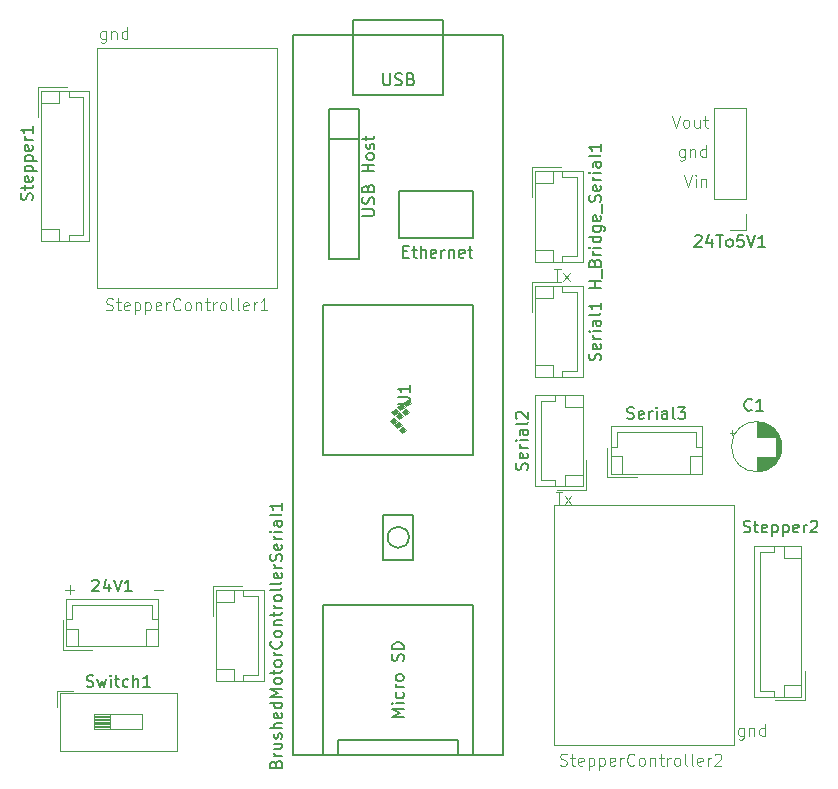
<source format=gbr>
%TF.GenerationSoftware,KiCad,Pcbnew,9.0.1*%
%TF.CreationDate,2025-05-12T19:20:38-04:00*%
%TF.ProjectId,science-board-new,73636965-6e63-4652-9d62-6f6172642d6e,rev?*%
%TF.SameCoordinates,Original*%
%TF.FileFunction,Legend,Top*%
%TF.FilePolarity,Positive*%
%FSLAX46Y46*%
G04 Gerber Fmt 4.6, Leading zero omitted, Abs format (unit mm)*
G04 Created by KiCad (PCBNEW 9.0.1) date 2025-05-12 19:20:38*
%MOMM*%
%LPD*%
G01*
G04 APERTURE LIST*
%ADD10C,0.100000*%
%ADD11C,0.150000*%
%ADD12C,0.120000*%
G04 APERTURE END LIST*
D10*
X77303884Y-117491466D02*
X78065789Y-117491466D01*
X69803884Y-117491466D02*
X70565789Y-117491466D01*
X70184836Y-117872419D02*
X70184836Y-117110514D01*
X127232455Y-129205752D02*
X127232455Y-130015276D01*
X127232455Y-130015276D02*
X127184836Y-130110514D01*
X127184836Y-130110514D02*
X127137217Y-130158133D01*
X127137217Y-130158133D02*
X127041979Y-130205752D01*
X127041979Y-130205752D02*
X126899122Y-130205752D01*
X126899122Y-130205752D02*
X126803884Y-130158133D01*
X127232455Y-129824800D02*
X127137217Y-129872419D01*
X127137217Y-129872419D02*
X126946741Y-129872419D01*
X126946741Y-129872419D02*
X126851503Y-129824800D01*
X126851503Y-129824800D02*
X126803884Y-129777180D01*
X126803884Y-129777180D02*
X126756265Y-129681942D01*
X126756265Y-129681942D02*
X126756265Y-129396228D01*
X126756265Y-129396228D02*
X126803884Y-129300990D01*
X126803884Y-129300990D02*
X126851503Y-129253371D01*
X126851503Y-129253371D02*
X126946741Y-129205752D01*
X126946741Y-129205752D02*
X127137217Y-129205752D01*
X127137217Y-129205752D02*
X127232455Y-129253371D01*
X127708646Y-129205752D02*
X127708646Y-129872419D01*
X127708646Y-129300990D02*
X127756265Y-129253371D01*
X127756265Y-129253371D02*
X127851503Y-129205752D01*
X127851503Y-129205752D02*
X127994360Y-129205752D01*
X127994360Y-129205752D02*
X128089598Y-129253371D01*
X128089598Y-129253371D02*
X128137217Y-129348609D01*
X128137217Y-129348609D02*
X128137217Y-129872419D01*
X129041979Y-129872419D02*
X129041979Y-128872419D01*
X129041979Y-129824800D02*
X128946741Y-129872419D01*
X128946741Y-129872419D02*
X128756265Y-129872419D01*
X128756265Y-129872419D02*
X128661027Y-129824800D01*
X128661027Y-129824800D02*
X128613408Y-129777180D01*
X128613408Y-129777180D02*
X128565789Y-129681942D01*
X128565789Y-129681942D02*
X128565789Y-129396228D01*
X128565789Y-129396228D02*
X128613408Y-129300990D01*
X128613408Y-129300990D02*
X128661027Y-129253371D01*
X128661027Y-129253371D02*
X128756265Y-129205752D01*
X128756265Y-129205752D02*
X128946741Y-129205752D01*
X128946741Y-129205752D02*
X129041979Y-129253371D01*
X122161027Y-82372419D02*
X122494360Y-83372419D01*
X122494360Y-83372419D02*
X122827693Y-82372419D01*
X123161027Y-83372419D02*
X123161027Y-82705752D01*
X123161027Y-82372419D02*
X123113408Y-82420038D01*
X123113408Y-82420038D02*
X123161027Y-82467657D01*
X123161027Y-82467657D02*
X123208646Y-82420038D01*
X123208646Y-82420038D02*
X123161027Y-82372419D01*
X123161027Y-82372419D02*
X123161027Y-82467657D01*
X123637217Y-82705752D02*
X123637217Y-83372419D01*
X123637217Y-82800990D02*
X123684836Y-82753371D01*
X123684836Y-82753371D02*
X123780074Y-82705752D01*
X123780074Y-82705752D02*
X123922931Y-82705752D01*
X123922931Y-82705752D02*
X124018169Y-82753371D01*
X124018169Y-82753371D02*
X124065788Y-82848609D01*
X124065788Y-82848609D02*
X124065788Y-83372419D01*
X111161027Y-90372419D02*
X111732455Y-90372419D01*
X111446741Y-91372419D02*
X111446741Y-90372419D01*
X111970551Y-91372419D02*
X112494360Y-90705752D01*
X111970551Y-90705752D02*
X112494360Y-91372419D01*
X121161027Y-77372419D02*
X121494360Y-78372419D01*
X121494360Y-78372419D02*
X121827693Y-77372419D01*
X122303884Y-78372419D02*
X122208646Y-78324800D01*
X122208646Y-78324800D02*
X122161027Y-78277180D01*
X122161027Y-78277180D02*
X122113408Y-78181942D01*
X122113408Y-78181942D02*
X122113408Y-77896228D01*
X122113408Y-77896228D02*
X122161027Y-77800990D01*
X122161027Y-77800990D02*
X122208646Y-77753371D01*
X122208646Y-77753371D02*
X122303884Y-77705752D01*
X122303884Y-77705752D02*
X122446741Y-77705752D01*
X122446741Y-77705752D02*
X122541979Y-77753371D01*
X122541979Y-77753371D02*
X122589598Y-77800990D01*
X122589598Y-77800990D02*
X122637217Y-77896228D01*
X122637217Y-77896228D02*
X122637217Y-78181942D01*
X122637217Y-78181942D02*
X122589598Y-78277180D01*
X122589598Y-78277180D02*
X122541979Y-78324800D01*
X122541979Y-78324800D02*
X122446741Y-78372419D01*
X122446741Y-78372419D02*
X122303884Y-78372419D01*
X123494360Y-77705752D02*
X123494360Y-78372419D01*
X123065789Y-77705752D02*
X123065789Y-78229561D01*
X123065789Y-78229561D02*
X123113408Y-78324800D01*
X123113408Y-78324800D02*
X123208646Y-78372419D01*
X123208646Y-78372419D02*
X123351503Y-78372419D01*
X123351503Y-78372419D02*
X123446741Y-78324800D01*
X123446741Y-78324800D02*
X123494360Y-78277180D01*
X123827694Y-77705752D02*
X124208646Y-77705752D01*
X123970551Y-77372419D02*
X123970551Y-78229561D01*
X123970551Y-78229561D02*
X124018170Y-78324800D01*
X124018170Y-78324800D02*
X124113408Y-78372419D01*
X124113408Y-78372419D02*
X124208646Y-78372419D01*
X73232455Y-70205752D02*
X73232455Y-71015276D01*
X73232455Y-71015276D02*
X73184836Y-71110514D01*
X73184836Y-71110514D02*
X73137217Y-71158133D01*
X73137217Y-71158133D02*
X73041979Y-71205752D01*
X73041979Y-71205752D02*
X72899122Y-71205752D01*
X72899122Y-71205752D02*
X72803884Y-71158133D01*
X73232455Y-70824800D02*
X73137217Y-70872419D01*
X73137217Y-70872419D02*
X72946741Y-70872419D01*
X72946741Y-70872419D02*
X72851503Y-70824800D01*
X72851503Y-70824800D02*
X72803884Y-70777180D01*
X72803884Y-70777180D02*
X72756265Y-70681942D01*
X72756265Y-70681942D02*
X72756265Y-70396228D01*
X72756265Y-70396228D02*
X72803884Y-70300990D01*
X72803884Y-70300990D02*
X72851503Y-70253371D01*
X72851503Y-70253371D02*
X72946741Y-70205752D01*
X72946741Y-70205752D02*
X73137217Y-70205752D01*
X73137217Y-70205752D02*
X73232455Y-70253371D01*
X73708646Y-70205752D02*
X73708646Y-70872419D01*
X73708646Y-70300990D02*
X73756265Y-70253371D01*
X73756265Y-70253371D02*
X73851503Y-70205752D01*
X73851503Y-70205752D02*
X73994360Y-70205752D01*
X73994360Y-70205752D02*
X74089598Y-70253371D01*
X74089598Y-70253371D02*
X74137217Y-70348609D01*
X74137217Y-70348609D02*
X74137217Y-70872419D01*
X75041979Y-70872419D02*
X75041979Y-69872419D01*
X75041979Y-70824800D02*
X74946741Y-70872419D01*
X74946741Y-70872419D02*
X74756265Y-70872419D01*
X74756265Y-70872419D02*
X74661027Y-70824800D01*
X74661027Y-70824800D02*
X74613408Y-70777180D01*
X74613408Y-70777180D02*
X74565789Y-70681942D01*
X74565789Y-70681942D02*
X74565789Y-70396228D01*
X74565789Y-70396228D02*
X74613408Y-70300990D01*
X74613408Y-70300990D02*
X74661027Y-70253371D01*
X74661027Y-70253371D02*
X74756265Y-70205752D01*
X74756265Y-70205752D02*
X74946741Y-70205752D01*
X74946741Y-70205752D02*
X75041979Y-70253371D01*
X111311027Y-109222419D02*
X111882455Y-109222419D01*
X111596741Y-110222419D02*
X111596741Y-109222419D01*
X112120551Y-110222419D02*
X112644360Y-109555752D01*
X112120551Y-109555752D02*
X112644360Y-110222419D01*
X122232455Y-80205752D02*
X122232455Y-81015276D01*
X122232455Y-81015276D02*
X122184836Y-81110514D01*
X122184836Y-81110514D02*
X122137217Y-81158133D01*
X122137217Y-81158133D02*
X122041979Y-81205752D01*
X122041979Y-81205752D02*
X121899122Y-81205752D01*
X121899122Y-81205752D02*
X121803884Y-81158133D01*
X122232455Y-80824800D02*
X122137217Y-80872419D01*
X122137217Y-80872419D02*
X121946741Y-80872419D01*
X121946741Y-80872419D02*
X121851503Y-80824800D01*
X121851503Y-80824800D02*
X121803884Y-80777180D01*
X121803884Y-80777180D02*
X121756265Y-80681942D01*
X121756265Y-80681942D02*
X121756265Y-80396228D01*
X121756265Y-80396228D02*
X121803884Y-80300990D01*
X121803884Y-80300990D02*
X121851503Y-80253371D01*
X121851503Y-80253371D02*
X121946741Y-80205752D01*
X121946741Y-80205752D02*
X122137217Y-80205752D01*
X122137217Y-80205752D02*
X122232455Y-80253371D01*
X122708646Y-80205752D02*
X122708646Y-80872419D01*
X122708646Y-80300990D02*
X122756265Y-80253371D01*
X122756265Y-80253371D02*
X122851503Y-80205752D01*
X122851503Y-80205752D02*
X122994360Y-80205752D01*
X122994360Y-80205752D02*
X123089598Y-80253371D01*
X123089598Y-80253371D02*
X123137217Y-80348609D01*
X123137217Y-80348609D02*
X123137217Y-80872419D01*
X124041979Y-80872419D02*
X124041979Y-79872419D01*
X124041979Y-80824800D02*
X123946741Y-80872419D01*
X123946741Y-80872419D02*
X123756265Y-80872419D01*
X123756265Y-80872419D02*
X123661027Y-80824800D01*
X123661027Y-80824800D02*
X123613408Y-80777180D01*
X123613408Y-80777180D02*
X123565789Y-80681942D01*
X123565789Y-80681942D02*
X123565789Y-80396228D01*
X123565789Y-80396228D02*
X123613408Y-80300990D01*
X123613408Y-80300990D02*
X123661027Y-80253371D01*
X123661027Y-80253371D02*
X123756265Y-80205752D01*
X123756265Y-80205752D02*
X123946741Y-80205752D01*
X123946741Y-80205752D02*
X124041979Y-80253371D01*
D11*
X71602024Y-125687200D02*
X71744881Y-125734819D01*
X71744881Y-125734819D02*
X71982976Y-125734819D01*
X71982976Y-125734819D02*
X72078214Y-125687200D01*
X72078214Y-125687200D02*
X72125833Y-125639580D01*
X72125833Y-125639580D02*
X72173452Y-125544342D01*
X72173452Y-125544342D02*
X72173452Y-125449104D01*
X72173452Y-125449104D02*
X72125833Y-125353866D01*
X72125833Y-125353866D02*
X72078214Y-125306247D01*
X72078214Y-125306247D02*
X71982976Y-125258628D01*
X71982976Y-125258628D02*
X71792500Y-125211009D01*
X71792500Y-125211009D02*
X71697262Y-125163390D01*
X71697262Y-125163390D02*
X71649643Y-125115771D01*
X71649643Y-125115771D02*
X71602024Y-125020533D01*
X71602024Y-125020533D02*
X71602024Y-124925295D01*
X71602024Y-124925295D02*
X71649643Y-124830057D01*
X71649643Y-124830057D02*
X71697262Y-124782438D01*
X71697262Y-124782438D02*
X71792500Y-124734819D01*
X71792500Y-124734819D02*
X72030595Y-124734819D01*
X72030595Y-124734819D02*
X72173452Y-124782438D01*
X72506786Y-125068152D02*
X72697262Y-125734819D01*
X72697262Y-125734819D02*
X72887738Y-125258628D01*
X72887738Y-125258628D02*
X73078214Y-125734819D01*
X73078214Y-125734819D02*
X73268690Y-125068152D01*
X73649643Y-125734819D02*
X73649643Y-125068152D01*
X73649643Y-124734819D02*
X73602024Y-124782438D01*
X73602024Y-124782438D02*
X73649643Y-124830057D01*
X73649643Y-124830057D02*
X73697262Y-124782438D01*
X73697262Y-124782438D02*
X73649643Y-124734819D01*
X73649643Y-124734819D02*
X73649643Y-124830057D01*
X73982976Y-125068152D02*
X74363928Y-125068152D01*
X74125833Y-124734819D02*
X74125833Y-125591961D01*
X74125833Y-125591961D02*
X74173452Y-125687200D01*
X74173452Y-125687200D02*
X74268690Y-125734819D01*
X74268690Y-125734819D02*
X74363928Y-125734819D01*
X75125833Y-125687200D02*
X75030595Y-125734819D01*
X75030595Y-125734819D02*
X74840119Y-125734819D01*
X74840119Y-125734819D02*
X74744881Y-125687200D01*
X74744881Y-125687200D02*
X74697262Y-125639580D01*
X74697262Y-125639580D02*
X74649643Y-125544342D01*
X74649643Y-125544342D02*
X74649643Y-125258628D01*
X74649643Y-125258628D02*
X74697262Y-125163390D01*
X74697262Y-125163390D02*
X74744881Y-125115771D01*
X74744881Y-125115771D02*
X74840119Y-125068152D01*
X74840119Y-125068152D02*
X75030595Y-125068152D01*
X75030595Y-125068152D02*
X75125833Y-125115771D01*
X75554405Y-125734819D02*
X75554405Y-124734819D01*
X75982976Y-125734819D02*
X75982976Y-125211009D01*
X75982976Y-125211009D02*
X75935357Y-125115771D01*
X75935357Y-125115771D02*
X75840119Y-125068152D01*
X75840119Y-125068152D02*
X75697262Y-125068152D01*
X75697262Y-125068152D02*
X75602024Y-125115771D01*
X75602024Y-125115771D02*
X75554405Y-125163390D01*
X76982976Y-125734819D02*
X76411548Y-125734819D01*
X76697262Y-125734819D02*
X76697262Y-124734819D01*
X76697262Y-124734819D02*
X76602024Y-124877676D01*
X76602024Y-124877676D02*
X76506786Y-124972914D01*
X76506786Y-124972914D02*
X76411548Y-125020533D01*
X72083333Y-116750057D02*
X72130952Y-116702438D01*
X72130952Y-116702438D02*
X72226190Y-116654819D01*
X72226190Y-116654819D02*
X72464285Y-116654819D01*
X72464285Y-116654819D02*
X72559523Y-116702438D01*
X72559523Y-116702438D02*
X72607142Y-116750057D01*
X72607142Y-116750057D02*
X72654761Y-116845295D01*
X72654761Y-116845295D02*
X72654761Y-116940533D01*
X72654761Y-116940533D02*
X72607142Y-117083390D01*
X72607142Y-117083390D02*
X72035714Y-117654819D01*
X72035714Y-117654819D02*
X72654761Y-117654819D01*
X73511904Y-116988152D02*
X73511904Y-117654819D01*
X73273809Y-116607200D02*
X73035714Y-117321485D01*
X73035714Y-117321485D02*
X73654761Y-117321485D01*
X73892857Y-116654819D02*
X74226190Y-117654819D01*
X74226190Y-117654819D02*
X74559523Y-116654819D01*
X75416666Y-117654819D02*
X74845238Y-117654819D01*
X75130952Y-117654819D02*
X75130952Y-116654819D01*
X75130952Y-116654819D02*
X75035714Y-116797676D01*
X75035714Y-116797676D02*
X74940476Y-116892914D01*
X74940476Y-116892914D02*
X74845238Y-116940533D01*
X117377619Y-102997200D02*
X117520476Y-103044819D01*
X117520476Y-103044819D02*
X117758571Y-103044819D01*
X117758571Y-103044819D02*
X117853809Y-102997200D01*
X117853809Y-102997200D02*
X117901428Y-102949580D01*
X117901428Y-102949580D02*
X117949047Y-102854342D01*
X117949047Y-102854342D02*
X117949047Y-102759104D01*
X117949047Y-102759104D02*
X117901428Y-102663866D01*
X117901428Y-102663866D02*
X117853809Y-102616247D01*
X117853809Y-102616247D02*
X117758571Y-102568628D01*
X117758571Y-102568628D02*
X117568095Y-102521009D01*
X117568095Y-102521009D02*
X117472857Y-102473390D01*
X117472857Y-102473390D02*
X117425238Y-102425771D01*
X117425238Y-102425771D02*
X117377619Y-102330533D01*
X117377619Y-102330533D02*
X117377619Y-102235295D01*
X117377619Y-102235295D02*
X117425238Y-102140057D01*
X117425238Y-102140057D02*
X117472857Y-102092438D01*
X117472857Y-102092438D02*
X117568095Y-102044819D01*
X117568095Y-102044819D02*
X117806190Y-102044819D01*
X117806190Y-102044819D02*
X117949047Y-102092438D01*
X118758571Y-102997200D02*
X118663333Y-103044819D01*
X118663333Y-103044819D02*
X118472857Y-103044819D01*
X118472857Y-103044819D02*
X118377619Y-102997200D01*
X118377619Y-102997200D02*
X118330000Y-102901961D01*
X118330000Y-102901961D02*
X118330000Y-102521009D01*
X118330000Y-102521009D02*
X118377619Y-102425771D01*
X118377619Y-102425771D02*
X118472857Y-102378152D01*
X118472857Y-102378152D02*
X118663333Y-102378152D01*
X118663333Y-102378152D02*
X118758571Y-102425771D01*
X118758571Y-102425771D02*
X118806190Y-102521009D01*
X118806190Y-102521009D02*
X118806190Y-102616247D01*
X118806190Y-102616247D02*
X118330000Y-102711485D01*
X119234762Y-103044819D02*
X119234762Y-102378152D01*
X119234762Y-102568628D02*
X119282381Y-102473390D01*
X119282381Y-102473390D02*
X119330000Y-102425771D01*
X119330000Y-102425771D02*
X119425238Y-102378152D01*
X119425238Y-102378152D02*
X119520476Y-102378152D01*
X119853810Y-103044819D02*
X119853810Y-102378152D01*
X119853810Y-102044819D02*
X119806191Y-102092438D01*
X119806191Y-102092438D02*
X119853810Y-102140057D01*
X119853810Y-102140057D02*
X119901429Y-102092438D01*
X119901429Y-102092438D02*
X119853810Y-102044819D01*
X119853810Y-102044819D02*
X119853810Y-102140057D01*
X120758571Y-103044819D02*
X120758571Y-102521009D01*
X120758571Y-102521009D02*
X120710952Y-102425771D01*
X120710952Y-102425771D02*
X120615714Y-102378152D01*
X120615714Y-102378152D02*
X120425238Y-102378152D01*
X120425238Y-102378152D02*
X120330000Y-102425771D01*
X120758571Y-102997200D02*
X120663333Y-103044819D01*
X120663333Y-103044819D02*
X120425238Y-103044819D01*
X120425238Y-103044819D02*
X120330000Y-102997200D01*
X120330000Y-102997200D02*
X120282381Y-102901961D01*
X120282381Y-102901961D02*
X120282381Y-102806723D01*
X120282381Y-102806723D02*
X120330000Y-102711485D01*
X120330000Y-102711485D02*
X120425238Y-102663866D01*
X120425238Y-102663866D02*
X120663333Y-102663866D01*
X120663333Y-102663866D02*
X120758571Y-102616247D01*
X121377619Y-103044819D02*
X121282381Y-102997200D01*
X121282381Y-102997200D02*
X121234762Y-102901961D01*
X121234762Y-102901961D02*
X121234762Y-102044819D01*
X121663334Y-102044819D02*
X122282381Y-102044819D01*
X122282381Y-102044819D02*
X121949048Y-102425771D01*
X121949048Y-102425771D02*
X122091905Y-102425771D01*
X122091905Y-102425771D02*
X122187143Y-102473390D01*
X122187143Y-102473390D02*
X122234762Y-102521009D01*
X122234762Y-102521009D02*
X122282381Y-102616247D01*
X122282381Y-102616247D02*
X122282381Y-102854342D01*
X122282381Y-102854342D02*
X122234762Y-102949580D01*
X122234762Y-102949580D02*
X122187143Y-102997200D01*
X122187143Y-102997200D02*
X122091905Y-103044819D01*
X122091905Y-103044819D02*
X121806191Y-103044819D01*
X121806191Y-103044819D02*
X121710953Y-102997200D01*
X121710953Y-102997200D02*
X121663334Y-102949580D01*
X123103809Y-87570057D02*
X123151428Y-87522438D01*
X123151428Y-87522438D02*
X123246666Y-87474819D01*
X123246666Y-87474819D02*
X123484761Y-87474819D01*
X123484761Y-87474819D02*
X123579999Y-87522438D01*
X123579999Y-87522438D02*
X123627618Y-87570057D01*
X123627618Y-87570057D02*
X123675237Y-87665295D01*
X123675237Y-87665295D02*
X123675237Y-87760533D01*
X123675237Y-87760533D02*
X123627618Y-87903390D01*
X123627618Y-87903390D02*
X123056190Y-88474819D01*
X123056190Y-88474819D02*
X123675237Y-88474819D01*
X124532380Y-87808152D02*
X124532380Y-88474819D01*
X124294285Y-87427200D02*
X124056190Y-88141485D01*
X124056190Y-88141485D02*
X124675237Y-88141485D01*
X124913333Y-87474819D02*
X125484761Y-87474819D01*
X125199047Y-88474819D02*
X125199047Y-87474819D01*
X125960952Y-88474819D02*
X125865714Y-88427200D01*
X125865714Y-88427200D02*
X125818095Y-88379580D01*
X125818095Y-88379580D02*
X125770476Y-88284342D01*
X125770476Y-88284342D02*
X125770476Y-87998628D01*
X125770476Y-87998628D02*
X125818095Y-87903390D01*
X125818095Y-87903390D02*
X125865714Y-87855771D01*
X125865714Y-87855771D02*
X125960952Y-87808152D01*
X125960952Y-87808152D02*
X126103809Y-87808152D01*
X126103809Y-87808152D02*
X126199047Y-87855771D01*
X126199047Y-87855771D02*
X126246666Y-87903390D01*
X126246666Y-87903390D02*
X126294285Y-87998628D01*
X126294285Y-87998628D02*
X126294285Y-88284342D01*
X126294285Y-88284342D02*
X126246666Y-88379580D01*
X126246666Y-88379580D02*
X126199047Y-88427200D01*
X126199047Y-88427200D02*
X126103809Y-88474819D01*
X126103809Y-88474819D02*
X125960952Y-88474819D01*
X127199047Y-87474819D02*
X126722857Y-87474819D01*
X126722857Y-87474819D02*
X126675238Y-87951009D01*
X126675238Y-87951009D02*
X126722857Y-87903390D01*
X126722857Y-87903390D02*
X126818095Y-87855771D01*
X126818095Y-87855771D02*
X127056190Y-87855771D01*
X127056190Y-87855771D02*
X127151428Y-87903390D01*
X127151428Y-87903390D02*
X127199047Y-87951009D01*
X127199047Y-87951009D02*
X127246666Y-88046247D01*
X127246666Y-88046247D02*
X127246666Y-88284342D01*
X127246666Y-88284342D02*
X127199047Y-88379580D01*
X127199047Y-88379580D02*
X127151428Y-88427200D01*
X127151428Y-88427200D02*
X127056190Y-88474819D01*
X127056190Y-88474819D02*
X126818095Y-88474819D01*
X126818095Y-88474819D02*
X126722857Y-88427200D01*
X126722857Y-88427200D02*
X126675238Y-88379580D01*
X127532381Y-87474819D02*
X127865714Y-88474819D01*
X127865714Y-88474819D02*
X128199047Y-87474819D01*
X129056190Y-88474819D02*
X128484762Y-88474819D01*
X128770476Y-88474819D02*
X128770476Y-87474819D01*
X128770476Y-87474819D02*
X128675238Y-87617676D01*
X128675238Y-87617676D02*
X128580000Y-87712914D01*
X128580000Y-87712914D02*
X128484762Y-87760533D01*
X127230952Y-112607200D02*
X127373809Y-112654819D01*
X127373809Y-112654819D02*
X127611904Y-112654819D01*
X127611904Y-112654819D02*
X127707142Y-112607200D01*
X127707142Y-112607200D02*
X127754761Y-112559580D01*
X127754761Y-112559580D02*
X127802380Y-112464342D01*
X127802380Y-112464342D02*
X127802380Y-112369104D01*
X127802380Y-112369104D02*
X127754761Y-112273866D01*
X127754761Y-112273866D02*
X127707142Y-112226247D01*
X127707142Y-112226247D02*
X127611904Y-112178628D01*
X127611904Y-112178628D02*
X127421428Y-112131009D01*
X127421428Y-112131009D02*
X127326190Y-112083390D01*
X127326190Y-112083390D02*
X127278571Y-112035771D01*
X127278571Y-112035771D02*
X127230952Y-111940533D01*
X127230952Y-111940533D02*
X127230952Y-111845295D01*
X127230952Y-111845295D02*
X127278571Y-111750057D01*
X127278571Y-111750057D02*
X127326190Y-111702438D01*
X127326190Y-111702438D02*
X127421428Y-111654819D01*
X127421428Y-111654819D02*
X127659523Y-111654819D01*
X127659523Y-111654819D02*
X127802380Y-111702438D01*
X128088095Y-111988152D02*
X128469047Y-111988152D01*
X128230952Y-111654819D02*
X128230952Y-112511961D01*
X128230952Y-112511961D02*
X128278571Y-112607200D01*
X128278571Y-112607200D02*
X128373809Y-112654819D01*
X128373809Y-112654819D02*
X128469047Y-112654819D01*
X129183333Y-112607200D02*
X129088095Y-112654819D01*
X129088095Y-112654819D02*
X128897619Y-112654819D01*
X128897619Y-112654819D02*
X128802381Y-112607200D01*
X128802381Y-112607200D02*
X128754762Y-112511961D01*
X128754762Y-112511961D02*
X128754762Y-112131009D01*
X128754762Y-112131009D02*
X128802381Y-112035771D01*
X128802381Y-112035771D02*
X128897619Y-111988152D01*
X128897619Y-111988152D02*
X129088095Y-111988152D01*
X129088095Y-111988152D02*
X129183333Y-112035771D01*
X129183333Y-112035771D02*
X129230952Y-112131009D01*
X129230952Y-112131009D02*
X129230952Y-112226247D01*
X129230952Y-112226247D02*
X128754762Y-112321485D01*
X129659524Y-111988152D02*
X129659524Y-112988152D01*
X129659524Y-112035771D02*
X129754762Y-111988152D01*
X129754762Y-111988152D02*
X129945238Y-111988152D01*
X129945238Y-111988152D02*
X130040476Y-112035771D01*
X130040476Y-112035771D02*
X130088095Y-112083390D01*
X130088095Y-112083390D02*
X130135714Y-112178628D01*
X130135714Y-112178628D02*
X130135714Y-112464342D01*
X130135714Y-112464342D02*
X130088095Y-112559580D01*
X130088095Y-112559580D02*
X130040476Y-112607200D01*
X130040476Y-112607200D02*
X129945238Y-112654819D01*
X129945238Y-112654819D02*
X129754762Y-112654819D01*
X129754762Y-112654819D02*
X129659524Y-112607200D01*
X130564286Y-111988152D02*
X130564286Y-112988152D01*
X130564286Y-112035771D02*
X130659524Y-111988152D01*
X130659524Y-111988152D02*
X130850000Y-111988152D01*
X130850000Y-111988152D02*
X130945238Y-112035771D01*
X130945238Y-112035771D02*
X130992857Y-112083390D01*
X130992857Y-112083390D02*
X131040476Y-112178628D01*
X131040476Y-112178628D02*
X131040476Y-112464342D01*
X131040476Y-112464342D02*
X130992857Y-112559580D01*
X130992857Y-112559580D02*
X130945238Y-112607200D01*
X130945238Y-112607200D02*
X130850000Y-112654819D01*
X130850000Y-112654819D02*
X130659524Y-112654819D01*
X130659524Y-112654819D02*
X130564286Y-112607200D01*
X131850000Y-112607200D02*
X131754762Y-112654819D01*
X131754762Y-112654819D02*
X131564286Y-112654819D01*
X131564286Y-112654819D02*
X131469048Y-112607200D01*
X131469048Y-112607200D02*
X131421429Y-112511961D01*
X131421429Y-112511961D02*
X131421429Y-112131009D01*
X131421429Y-112131009D02*
X131469048Y-112035771D01*
X131469048Y-112035771D02*
X131564286Y-111988152D01*
X131564286Y-111988152D02*
X131754762Y-111988152D01*
X131754762Y-111988152D02*
X131850000Y-112035771D01*
X131850000Y-112035771D02*
X131897619Y-112131009D01*
X131897619Y-112131009D02*
X131897619Y-112226247D01*
X131897619Y-112226247D02*
X131421429Y-112321485D01*
X132326191Y-112654819D02*
X132326191Y-111988152D01*
X132326191Y-112178628D02*
X132373810Y-112083390D01*
X132373810Y-112083390D02*
X132421429Y-112035771D01*
X132421429Y-112035771D02*
X132516667Y-111988152D01*
X132516667Y-111988152D02*
X132611905Y-111988152D01*
X132897620Y-111750057D02*
X132945239Y-111702438D01*
X132945239Y-111702438D02*
X133040477Y-111654819D01*
X133040477Y-111654819D02*
X133278572Y-111654819D01*
X133278572Y-111654819D02*
X133373810Y-111702438D01*
X133373810Y-111702438D02*
X133421429Y-111750057D01*
X133421429Y-111750057D02*
X133469048Y-111845295D01*
X133469048Y-111845295D02*
X133469048Y-111940533D01*
X133469048Y-111940533D02*
X133421429Y-112083390D01*
X133421429Y-112083390D02*
X132850001Y-112654819D01*
X132850001Y-112654819D02*
X133469048Y-112654819D01*
D10*
X73246665Y-93799800D02*
X73389522Y-93847419D01*
X73389522Y-93847419D02*
X73627617Y-93847419D01*
X73627617Y-93847419D02*
X73722855Y-93799800D01*
X73722855Y-93799800D02*
X73770474Y-93752180D01*
X73770474Y-93752180D02*
X73818093Y-93656942D01*
X73818093Y-93656942D02*
X73818093Y-93561704D01*
X73818093Y-93561704D02*
X73770474Y-93466466D01*
X73770474Y-93466466D02*
X73722855Y-93418847D01*
X73722855Y-93418847D02*
X73627617Y-93371228D01*
X73627617Y-93371228D02*
X73437141Y-93323609D01*
X73437141Y-93323609D02*
X73341903Y-93275990D01*
X73341903Y-93275990D02*
X73294284Y-93228371D01*
X73294284Y-93228371D02*
X73246665Y-93133133D01*
X73246665Y-93133133D02*
X73246665Y-93037895D01*
X73246665Y-93037895D02*
X73294284Y-92942657D01*
X73294284Y-92942657D02*
X73341903Y-92895038D01*
X73341903Y-92895038D02*
X73437141Y-92847419D01*
X73437141Y-92847419D02*
X73675236Y-92847419D01*
X73675236Y-92847419D02*
X73818093Y-92895038D01*
X74103808Y-93180752D02*
X74484760Y-93180752D01*
X74246665Y-92847419D02*
X74246665Y-93704561D01*
X74246665Y-93704561D02*
X74294284Y-93799800D01*
X74294284Y-93799800D02*
X74389522Y-93847419D01*
X74389522Y-93847419D02*
X74484760Y-93847419D01*
X75199046Y-93799800D02*
X75103808Y-93847419D01*
X75103808Y-93847419D02*
X74913332Y-93847419D01*
X74913332Y-93847419D02*
X74818094Y-93799800D01*
X74818094Y-93799800D02*
X74770475Y-93704561D01*
X74770475Y-93704561D02*
X74770475Y-93323609D01*
X74770475Y-93323609D02*
X74818094Y-93228371D01*
X74818094Y-93228371D02*
X74913332Y-93180752D01*
X74913332Y-93180752D02*
X75103808Y-93180752D01*
X75103808Y-93180752D02*
X75199046Y-93228371D01*
X75199046Y-93228371D02*
X75246665Y-93323609D01*
X75246665Y-93323609D02*
X75246665Y-93418847D01*
X75246665Y-93418847D02*
X74770475Y-93514085D01*
X75675237Y-93180752D02*
X75675237Y-94180752D01*
X75675237Y-93228371D02*
X75770475Y-93180752D01*
X75770475Y-93180752D02*
X75960951Y-93180752D01*
X75960951Y-93180752D02*
X76056189Y-93228371D01*
X76056189Y-93228371D02*
X76103808Y-93275990D01*
X76103808Y-93275990D02*
X76151427Y-93371228D01*
X76151427Y-93371228D02*
X76151427Y-93656942D01*
X76151427Y-93656942D02*
X76103808Y-93752180D01*
X76103808Y-93752180D02*
X76056189Y-93799800D01*
X76056189Y-93799800D02*
X75960951Y-93847419D01*
X75960951Y-93847419D02*
X75770475Y-93847419D01*
X75770475Y-93847419D02*
X75675237Y-93799800D01*
X76579999Y-93180752D02*
X76579999Y-94180752D01*
X76579999Y-93228371D02*
X76675237Y-93180752D01*
X76675237Y-93180752D02*
X76865713Y-93180752D01*
X76865713Y-93180752D02*
X76960951Y-93228371D01*
X76960951Y-93228371D02*
X77008570Y-93275990D01*
X77008570Y-93275990D02*
X77056189Y-93371228D01*
X77056189Y-93371228D02*
X77056189Y-93656942D01*
X77056189Y-93656942D02*
X77008570Y-93752180D01*
X77008570Y-93752180D02*
X76960951Y-93799800D01*
X76960951Y-93799800D02*
X76865713Y-93847419D01*
X76865713Y-93847419D02*
X76675237Y-93847419D01*
X76675237Y-93847419D02*
X76579999Y-93799800D01*
X77865713Y-93799800D02*
X77770475Y-93847419D01*
X77770475Y-93847419D02*
X77579999Y-93847419D01*
X77579999Y-93847419D02*
X77484761Y-93799800D01*
X77484761Y-93799800D02*
X77437142Y-93704561D01*
X77437142Y-93704561D02*
X77437142Y-93323609D01*
X77437142Y-93323609D02*
X77484761Y-93228371D01*
X77484761Y-93228371D02*
X77579999Y-93180752D01*
X77579999Y-93180752D02*
X77770475Y-93180752D01*
X77770475Y-93180752D02*
X77865713Y-93228371D01*
X77865713Y-93228371D02*
X77913332Y-93323609D01*
X77913332Y-93323609D02*
X77913332Y-93418847D01*
X77913332Y-93418847D02*
X77437142Y-93514085D01*
X78341904Y-93847419D02*
X78341904Y-93180752D01*
X78341904Y-93371228D02*
X78389523Y-93275990D01*
X78389523Y-93275990D02*
X78437142Y-93228371D01*
X78437142Y-93228371D02*
X78532380Y-93180752D01*
X78532380Y-93180752D02*
X78627618Y-93180752D01*
X79532380Y-93752180D02*
X79484761Y-93799800D01*
X79484761Y-93799800D02*
X79341904Y-93847419D01*
X79341904Y-93847419D02*
X79246666Y-93847419D01*
X79246666Y-93847419D02*
X79103809Y-93799800D01*
X79103809Y-93799800D02*
X79008571Y-93704561D01*
X79008571Y-93704561D02*
X78960952Y-93609323D01*
X78960952Y-93609323D02*
X78913333Y-93418847D01*
X78913333Y-93418847D02*
X78913333Y-93275990D01*
X78913333Y-93275990D02*
X78960952Y-93085514D01*
X78960952Y-93085514D02*
X79008571Y-92990276D01*
X79008571Y-92990276D02*
X79103809Y-92895038D01*
X79103809Y-92895038D02*
X79246666Y-92847419D01*
X79246666Y-92847419D02*
X79341904Y-92847419D01*
X79341904Y-92847419D02*
X79484761Y-92895038D01*
X79484761Y-92895038D02*
X79532380Y-92942657D01*
X80103809Y-93847419D02*
X80008571Y-93799800D01*
X80008571Y-93799800D02*
X79960952Y-93752180D01*
X79960952Y-93752180D02*
X79913333Y-93656942D01*
X79913333Y-93656942D02*
X79913333Y-93371228D01*
X79913333Y-93371228D02*
X79960952Y-93275990D01*
X79960952Y-93275990D02*
X80008571Y-93228371D01*
X80008571Y-93228371D02*
X80103809Y-93180752D01*
X80103809Y-93180752D02*
X80246666Y-93180752D01*
X80246666Y-93180752D02*
X80341904Y-93228371D01*
X80341904Y-93228371D02*
X80389523Y-93275990D01*
X80389523Y-93275990D02*
X80437142Y-93371228D01*
X80437142Y-93371228D02*
X80437142Y-93656942D01*
X80437142Y-93656942D02*
X80389523Y-93752180D01*
X80389523Y-93752180D02*
X80341904Y-93799800D01*
X80341904Y-93799800D02*
X80246666Y-93847419D01*
X80246666Y-93847419D02*
X80103809Y-93847419D01*
X80865714Y-93180752D02*
X80865714Y-93847419D01*
X80865714Y-93275990D02*
X80913333Y-93228371D01*
X80913333Y-93228371D02*
X81008571Y-93180752D01*
X81008571Y-93180752D02*
X81151428Y-93180752D01*
X81151428Y-93180752D02*
X81246666Y-93228371D01*
X81246666Y-93228371D02*
X81294285Y-93323609D01*
X81294285Y-93323609D02*
X81294285Y-93847419D01*
X81627619Y-93180752D02*
X82008571Y-93180752D01*
X81770476Y-92847419D02*
X81770476Y-93704561D01*
X81770476Y-93704561D02*
X81818095Y-93799800D01*
X81818095Y-93799800D02*
X81913333Y-93847419D01*
X81913333Y-93847419D02*
X82008571Y-93847419D01*
X82341905Y-93847419D02*
X82341905Y-93180752D01*
X82341905Y-93371228D02*
X82389524Y-93275990D01*
X82389524Y-93275990D02*
X82437143Y-93228371D01*
X82437143Y-93228371D02*
X82532381Y-93180752D01*
X82532381Y-93180752D02*
X82627619Y-93180752D01*
X83103810Y-93847419D02*
X83008572Y-93799800D01*
X83008572Y-93799800D02*
X82960953Y-93752180D01*
X82960953Y-93752180D02*
X82913334Y-93656942D01*
X82913334Y-93656942D02*
X82913334Y-93371228D01*
X82913334Y-93371228D02*
X82960953Y-93275990D01*
X82960953Y-93275990D02*
X83008572Y-93228371D01*
X83008572Y-93228371D02*
X83103810Y-93180752D01*
X83103810Y-93180752D02*
X83246667Y-93180752D01*
X83246667Y-93180752D02*
X83341905Y-93228371D01*
X83341905Y-93228371D02*
X83389524Y-93275990D01*
X83389524Y-93275990D02*
X83437143Y-93371228D01*
X83437143Y-93371228D02*
X83437143Y-93656942D01*
X83437143Y-93656942D02*
X83389524Y-93752180D01*
X83389524Y-93752180D02*
X83341905Y-93799800D01*
X83341905Y-93799800D02*
X83246667Y-93847419D01*
X83246667Y-93847419D02*
X83103810Y-93847419D01*
X84008572Y-93847419D02*
X83913334Y-93799800D01*
X83913334Y-93799800D02*
X83865715Y-93704561D01*
X83865715Y-93704561D02*
X83865715Y-92847419D01*
X84532382Y-93847419D02*
X84437144Y-93799800D01*
X84437144Y-93799800D02*
X84389525Y-93704561D01*
X84389525Y-93704561D02*
X84389525Y-92847419D01*
X85294287Y-93799800D02*
X85199049Y-93847419D01*
X85199049Y-93847419D02*
X85008573Y-93847419D01*
X85008573Y-93847419D02*
X84913335Y-93799800D01*
X84913335Y-93799800D02*
X84865716Y-93704561D01*
X84865716Y-93704561D02*
X84865716Y-93323609D01*
X84865716Y-93323609D02*
X84913335Y-93228371D01*
X84913335Y-93228371D02*
X85008573Y-93180752D01*
X85008573Y-93180752D02*
X85199049Y-93180752D01*
X85199049Y-93180752D02*
X85294287Y-93228371D01*
X85294287Y-93228371D02*
X85341906Y-93323609D01*
X85341906Y-93323609D02*
X85341906Y-93418847D01*
X85341906Y-93418847D02*
X84865716Y-93514085D01*
X85770478Y-93847419D02*
X85770478Y-93180752D01*
X85770478Y-93371228D02*
X85818097Y-93275990D01*
X85818097Y-93275990D02*
X85865716Y-93228371D01*
X85865716Y-93228371D02*
X85960954Y-93180752D01*
X85960954Y-93180752D02*
X86056192Y-93180752D01*
X86913335Y-93847419D02*
X86341907Y-93847419D01*
X86627621Y-93847419D02*
X86627621Y-92847419D01*
X86627621Y-92847419D02*
X86532383Y-92990276D01*
X86532383Y-92990276D02*
X86437145Y-93085514D01*
X86437145Y-93085514D02*
X86341907Y-93133133D01*
X111686665Y-132354800D02*
X111829522Y-132402419D01*
X111829522Y-132402419D02*
X112067617Y-132402419D01*
X112067617Y-132402419D02*
X112162855Y-132354800D01*
X112162855Y-132354800D02*
X112210474Y-132307180D01*
X112210474Y-132307180D02*
X112258093Y-132211942D01*
X112258093Y-132211942D02*
X112258093Y-132116704D01*
X112258093Y-132116704D02*
X112210474Y-132021466D01*
X112210474Y-132021466D02*
X112162855Y-131973847D01*
X112162855Y-131973847D02*
X112067617Y-131926228D01*
X112067617Y-131926228D02*
X111877141Y-131878609D01*
X111877141Y-131878609D02*
X111781903Y-131830990D01*
X111781903Y-131830990D02*
X111734284Y-131783371D01*
X111734284Y-131783371D02*
X111686665Y-131688133D01*
X111686665Y-131688133D02*
X111686665Y-131592895D01*
X111686665Y-131592895D02*
X111734284Y-131497657D01*
X111734284Y-131497657D02*
X111781903Y-131450038D01*
X111781903Y-131450038D02*
X111877141Y-131402419D01*
X111877141Y-131402419D02*
X112115236Y-131402419D01*
X112115236Y-131402419D02*
X112258093Y-131450038D01*
X112543808Y-131735752D02*
X112924760Y-131735752D01*
X112686665Y-131402419D02*
X112686665Y-132259561D01*
X112686665Y-132259561D02*
X112734284Y-132354800D01*
X112734284Y-132354800D02*
X112829522Y-132402419D01*
X112829522Y-132402419D02*
X112924760Y-132402419D01*
X113639046Y-132354800D02*
X113543808Y-132402419D01*
X113543808Y-132402419D02*
X113353332Y-132402419D01*
X113353332Y-132402419D02*
X113258094Y-132354800D01*
X113258094Y-132354800D02*
X113210475Y-132259561D01*
X113210475Y-132259561D02*
X113210475Y-131878609D01*
X113210475Y-131878609D02*
X113258094Y-131783371D01*
X113258094Y-131783371D02*
X113353332Y-131735752D01*
X113353332Y-131735752D02*
X113543808Y-131735752D01*
X113543808Y-131735752D02*
X113639046Y-131783371D01*
X113639046Y-131783371D02*
X113686665Y-131878609D01*
X113686665Y-131878609D02*
X113686665Y-131973847D01*
X113686665Y-131973847D02*
X113210475Y-132069085D01*
X114115237Y-131735752D02*
X114115237Y-132735752D01*
X114115237Y-131783371D02*
X114210475Y-131735752D01*
X114210475Y-131735752D02*
X114400951Y-131735752D01*
X114400951Y-131735752D02*
X114496189Y-131783371D01*
X114496189Y-131783371D02*
X114543808Y-131830990D01*
X114543808Y-131830990D02*
X114591427Y-131926228D01*
X114591427Y-131926228D02*
X114591427Y-132211942D01*
X114591427Y-132211942D02*
X114543808Y-132307180D01*
X114543808Y-132307180D02*
X114496189Y-132354800D01*
X114496189Y-132354800D02*
X114400951Y-132402419D01*
X114400951Y-132402419D02*
X114210475Y-132402419D01*
X114210475Y-132402419D02*
X114115237Y-132354800D01*
X115019999Y-131735752D02*
X115019999Y-132735752D01*
X115019999Y-131783371D02*
X115115237Y-131735752D01*
X115115237Y-131735752D02*
X115305713Y-131735752D01*
X115305713Y-131735752D02*
X115400951Y-131783371D01*
X115400951Y-131783371D02*
X115448570Y-131830990D01*
X115448570Y-131830990D02*
X115496189Y-131926228D01*
X115496189Y-131926228D02*
X115496189Y-132211942D01*
X115496189Y-132211942D02*
X115448570Y-132307180D01*
X115448570Y-132307180D02*
X115400951Y-132354800D01*
X115400951Y-132354800D02*
X115305713Y-132402419D01*
X115305713Y-132402419D02*
X115115237Y-132402419D01*
X115115237Y-132402419D02*
X115019999Y-132354800D01*
X116305713Y-132354800D02*
X116210475Y-132402419D01*
X116210475Y-132402419D02*
X116019999Y-132402419D01*
X116019999Y-132402419D02*
X115924761Y-132354800D01*
X115924761Y-132354800D02*
X115877142Y-132259561D01*
X115877142Y-132259561D02*
X115877142Y-131878609D01*
X115877142Y-131878609D02*
X115924761Y-131783371D01*
X115924761Y-131783371D02*
X116019999Y-131735752D01*
X116019999Y-131735752D02*
X116210475Y-131735752D01*
X116210475Y-131735752D02*
X116305713Y-131783371D01*
X116305713Y-131783371D02*
X116353332Y-131878609D01*
X116353332Y-131878609D02*
X116353332Y-131973847D01*
X116353332Y-131973847D02*
X115877142Y-132069085D01*
X116781904Y-132402419D02*
X116781904Y-131735752D01*
X116781904Y-131926228D02*
X116829523Y-131830990D01*
X116829523Y-131830990D02*
X116877142Y-131783371D01*
X116877142Y-131783371D02*
X116972380Y-131735752D01*
X116972380Y-131735752D02*
X117067618Y-131735752D01*
X117972380Y-132307180D02*
X117924761Y-132354800D01*
X117924761Y-132354800D02*
X117781904Y-132402419D01*
X117781904Y-132402419D02*
X117686666Y-132402419D01*
X117686666Y-132402419D02*
X117543809Y-132354800D01*
X117543809Y-132354800D02*
X117448571Y-132259561D01*
X117448571Y-132259561D02*
X117400952Y-132164323D01*
X117400952Y-132164323D02*
X117353333Y-131973847D01*
X117353333Y-131973847D02*
X117353333Y-131830990D01*
X117353333Y-131830990D02*
X117400952Y-131640514D01*
X117400952Y-131640514D02*
X117448571Y-131545276D01*
X117448571Y-131545276D02*
X117543809Y-131450038D01*
X117543809Y-131450038D02*
X117686666Y-131402419D01*
X117686666Y-131402419D02*
X117781904Y-131402419D01*
X117781904Y-131402419D02*
X117924761Y-131450038D01*
X117924761Y-131450038D02*
X117972380Y-131497657D01*
X118543809Y-132402419D02*
X118448571Y-132354800D01*
X118448571Y-132354800D02*
X118400952Y-132307180D01*
X118400952Y-132307180D02*
X118353333Y-132211942D01*
X118353333Y-132211942D02*
X118353333Y-131926228D01*
X118353333Y-131926228D02*
X118400952Y-131830990D01*
X118400952Y-131830990D02*
X118448571Y-131783371D01*
X118448571Y-131783371D02*
X118543809Y-131735752D01*
X118543809Y-131735752D02*
X118686666Y-131735752D01*
X118686666Y-131735752D02*
X118781904Y-131783371D01*
X118781904Y-131783371D02*
X118829523Y-131830990D01*
X118829523Y-131830990D02*
X118877142Y-131926228D01*
X118877142Y-131926228D02*
X118877142Y-132211942D01*
X118877142Y-132211942D02*
X118829523Y-132307180D01*
X118829523Y-132307180D02*
X118781904Y-132354800D01*
X118781904Y-132354800D02*
X118686666Y-132402419D01*
X118686666Y-132402419D02*
X118543809Y-132402419D01*
X119305714Y-131735752D02*
X119305714Y-132402419D01*
X119305714Y-131830990D02*
X119353333Y-131783371D01*
X119353333Y-131783371D02*
X119448571Y-131735752D01*
X119448571Y-131735752D02*
X119591428Y-131735752D01*
X119591428Y-131735752D02*
X119686666Y-131783371D01*
X119686666Y-131783371D02*
X119734285Y-131878609D01*
X119734285Y-131878609D02*
X119734285Y-132402419D01*
X120067619Y-131735752D02*
X120448571Y-131735752D01*
X120210476Y-131402419D02*
X120210476Y-132259561D01*
X120210476Y-132259561D02*
X120258095Y-132354800D01*
X120258095Y-132354800D02*
X120353333Y-132402419D01*
X120353333Y-132402419D02*
X120448571Y-132402419D01*
X120781905Y-132402419D02*
X120781905Y-131735752D01*
X120781905Y-131926228D02*
X120829524Y-131830990D01*
X120829524Y-131830990D02*
X120877143Y-131783371D01*
X120877143Y-131783371D02*
X120972381Y-131735752D01*
X120972381Y-131735752D02*
X121067619Y-131735752D01*
X121543810Y-132402419D02*
X121448572Y-132354800D01*
X121448572Y-132354800D02*
X121400953Y-132307180D01*
X121400953Y-132307180D02*
X121353334Y-132211942D01*
X121353334Y-132211942D02*
X121353334Y-131926228D01*
X121353334Y-131926228D02*
X121400953Y-131830990D01*
X121400953Y-131830990D02*
X121448572Y-131783371D01*
X121448572Y-131783371D02*
X121543810Y-131735752D01*
X121543810Y-131735752D02*
X121686667Y-131735752D01*
X121686667Y-131735752D02*
X121781905Y-131783371D01*
X121781905Y-131783371D02*
X121829524Y-131830990D01*
X121829524Y-131830990D02*
X121877143Y-131926228D01*
X121877143Y-131926228D02*
X121877143Y-132211942D01*
X121877143Y-132211942D02*
X121829524Y-132307180D01*
X121829524Y-132307180D02*
X121781905Y-132354800D01*
X121781905Y-132354800D02*
X121686667Y-132402419D01*
X121686667Y-132402419D02*
X121543810Y-132402419D01*
X122448572Y-132402419D02*
X122353334Y-132354800D01*
X122353334Y-132354800D02*
X122305715Y-132259561D01*
X122305715Y-132259561D02*
X122305715Y-131402419D01*
X122972382Y-132402419D02*
X122877144Y-132354800D01*
X122877144Y-132354800D02*
X122829525Y-132259561D01*
X122829525Y-132259561D02*
X122829525Y-131402419D01*
X123734287Y-132354800D02*
X123639049Y-132402419D01*
X123639049Y-132402419D02*
X123448573Y-132402419D01*
X123448573Y-132402419D02*
X123353335Y-132354800D01*
X123353335Y-132354800D02*
X123305716Y-132259561D01*
X123305716Y-132259561D02*
X123305716Y-131878609D01*
X123305716Y-131878609D02*
X123353335Y-131783371D01*
X123353335Y-131783371D02*
X123448573Y-131735752D01*
X123448573Y-131735752D02*
X123639049Y-131735752D01*
X123639049Y-131735752D02*
X123734287Y-131783371D01*
X123734287Y-131783371D02*
X123781906Y-131878609D01*
X123781906Y-131878609D02*
X123781906Y-131973847D01*
X123781906Y-131973847D02*
X123305716Y-132069085D01*
X124210478Y-132402419D02*
X124210478Y-131735752D01*
X124210478Y-131926228D02*
X124258097Y-131830990D01*
X124258097Y-131830990D02*
X124305716Y-131783371D01*
X124305716Y-131783371D02*
X124400954Y-131735752D01*
X124400954Y-131735752D02*
X124496192Y-131735752D01*
X124781907Y-131497657D02*
X124829526Y-131450038D01*
X124829526Y-131450038D02*
X124924764Y-131402419D01*
X124924764Y-131402419D02*
X125162859Y-131402419D01*
X125162859Y-131402419D02*
X125258097Y-131450038D01*
X125258097Y-131450038D02*
X125305716Y-131497657D01*
X125305716Y-131497657D02*
X125353335Y-131592895D01*
X125353335Y-131592895D02*
X125353335Y-131688133D01*
X125353335Y-131688133D02*
X125305716Y-131830990D01*
X125305716Y-131830990D02*
X124734288Y-132402419D01*
X124734288Y-132402419D02*
X125353335Y-132402419D01*
D11*
X87611009Y-132247145D02*
X87658628Y-132104288D01*
X87658628Y-132104288D02*
X87706247Y-132056669D01*
X87706247Y-132056669D02*
X87801485Y-132009050D01*
X87801485Y-132009050D02*
X87944342Y-132009050D01*
X87944342Y-132009050D02*
X88039580Y-132056669D01*
X88039580Y-132056669D02*
X88087200Y-132104288D01*
X88087200Y-132104288D02*
X88134819Y-132199526D01*
X88134819Y-132199526D02*
X88134819Y-132580478D01*
X88134819Y-132580478D02*
X87134819Y-132580478D01*
X87134819Y-132580478D02*
X87134819Y-132247145D01*
X87134819Y-132247145D02*
X87182438Y-132151907D01*
X87182438Y-132151907D02*
X87230057Y-132104288D01*
X87230057Y-132104288D02*
X87325295Y-132056669D01*
X87325295Y-132056669D02*
X87420533Y-132056669D01*
X87420533Y-132056669D02*
X87515771Y-132104288D01*
X87515771Y-132104288D02*
X87563390Y-132151907D01*
X87563390Y-132151907D02*
X87611009Y-132247145D01*
X87611009Y-132247145D02*
X87611009Y-132580478D01*
X88134819Y-131580478D02*
X87468152Y-131580478D01*
X87658628Y-131580478D02*
X87563390Y-131532859D01*
X87563390Y-131532859D02*
X87515771Y-131485240D01*
X87515771Y-131485240D02*
X87468152Y-131390002D01*
X87468152Y-131390002D02*
X87468152Y-131294764D01*
X87468152Y-130532859D02*
X88134819Y-130532859D01*
X87468152Y-130961430D02*
X87991961Y-130961430D01*
X87991961Y-130961430D02*
X88087200Y-130913811D01*
X88087200Y-130913811D02*
X88134819Y-130818573D01*
X88134819Y-130818573D02*
X88134819Y-130675716D01*
X88134819Y-130675716D02*
X88087200Y-130580478D01*
X88087200Y-130580478D02*
X88039580Y-130532859D01*
X88087200Y-130104287D02*
X88134819Y-130009049D01*
X88134819Y-130009049D02*
X88134819Y-129818573D01*
X88134819Y-129818573D02*
X88087200Y-129723335D01*
X88087200Y-129723335D02*
X87991961Y-129675716D01*
X87991961Y-129675716D02*
X87944342Y-129675716D01*
X87944342Y-129675716D02*
X87849104Y-129723335D01*
X87849104Y-129723335D02*
X87801485Y-129818573D01*
X87801485Y-129818573D02*
X87801485Y-129961430D01*
X87801485Y-129961430D02*
X87753866Y-130056668D01*
X87753866Y-130056668D02*
X87658628Y-130104287D01*
X87658628Y-130104287D02*
X87611009Y-130104287D01*
X87611009Y-130104287D02*
X87515771Y-130056668D01*
X87515771Y-130056668D02*
X87468152Y-129961430D01*
X87468152Y-129961430D02*
X87468152Y-129818573D01*
X87468152Y-129818573D02*
X87515771Y-129723335D01*
X88134819Y-129247144D02*
X87134819Y-129247144D01*
X88134819Y-128818573D02*
X87611009Y-128818573D01*
X87611009Y-128818573D02*
X87515771Y-128866192D01*
X87515771Y-128866192D02*
X87468152Y-128961430D01*
X87468152Y-128961430D02*
X87468152Y-129104287D01*
X87468152Y-129104287D02*
X87515771Y-129199525D01*
X87515771Y-129199525D02*
X87563390Y-129247144D01*
X88087200Y-127961430D02*
X88134819Y-128056668D01*
X88134819Y-128056668D02*
X88134819Y-128247144D01*
X88134819Y-128247144D02*
X88087200Y-128342382D01*
X88087200Y-128342382D02*
X87991961Y-128390001D01*
X87991961Y-128390001D02*
X87611009Y-128390001D01*
X87611009Y-128390001D02*
X87515771Y-128342382D01*
X87515771Y-128342382D02*
X87468152Y-128247144D01*
X87468152Y-128247144D02*
X87468152Y-128056668D01*
X87468152Y-128056668D02*
X87515771Y-127961430D01*
X87515771Y-127961430D02*
X87611009Y-127913811D01*
X87611009Y-127913811D02*
X87706247Y-127913811D01*
X87706247Y-127913811D02*
X87801485Y-128390001D01*
X88134819Y-127056668D02*
X87134819Y-127056668D01*
X88087200Y-127056668D02*
X88134819Y-127151906D01*
X88134819Y-127151906D02*
X88134819Y-127342382D01*
X88134819Y-127342382D02*
X88087200Y-127437620D01*
X88087200Y-127437620D02*
X88039580Y-127485239D01*
X88039580Y-127485239D02*
X87944342Y-127532858D01*
X87944342Y-127532858D02*
X87658628Y-127532858D01*
X87658628Y-127532858D02*
X87563390Y-127485239D01*
X87563390Y-127485239D02*
X87515771Y-127437620D01*
X87515771Y-127437620D02*
X87468152Y-127342382D01*
X87468152Y-127342382D02*
X87468152Y-127151906D01*
X87468152Y-127151906D02*
X87515771Y-127056668D01*
X88134819Y-126580477D02*
X87134819Y-126580477D01*
X87134819Y-126580477D02*
X87849104Y-126247144D01*
X87849104Y-126247144D02*
X87134819Y-125913811D01*
X87134819Y-125913811D02*
X88134819Y-125913811D01*
X88134819Y-125294763D02*
X88087200Y-125390001D01*
X88087200Y-125390001D02*
X88039580Y-125437620D01*
X88039580Y-125437620D02*
X87944342Y-125485239D01*
X87944342Y-125485239D02*
X87658628Y-125485239D01*
X87658628Y-125485239D02*
X87563390Y-125437620D01*
X87563390Y-125437620D02*
X87515771Y-125390001D01*
X87515771Y-125390001D02*
X87468152Y-125294763D01*
X87468152Y-125294763D02*
X87468152Y-125151906D01*
X87468152Y-125151906D02*
X87515771Y-125056668D01*
X87515771Y-125056668D02*
X87563390Y-125009049D01*
X87563390Y-125009049D02*
X87658628Y-124961430D01*
X87658628Y-124961430D02*
X87944342Y-124961430D01*
X87944342Y-124961430D02*
X88039580Y-125009049D01*
X88039580Y-125009049D02*
X88087200Y-125056668D01*
X88087200Y-125056668D02*
X88134819Y-125151906D01*
X88134819Y-125151906D02*
X88134819Y-125294763D01*
X87468152Y-124675715D02*
X87468152Y-124294763D01*
X87134819Y-124532858D02*
X87991961Y-124532858D01*
X87991961Y-124532858D02*
X88087200Y-124485239D01*
X88087200Y-124485239D02*
X88134819Y-124390001D01*
X88134819Y-124390001D02*
X88134819Y-124294763D01*
X88134819Y-123818572D02*
X88087200Y-123913810D01*
X88087200Y-123913810D02*
X88039580Y-123961429D01*
X88039580Y-123961429D02*
X87944342Y-124009048D01*
X87944342Y-124009048D02*
X87658628Y-124009048D01*
X87658628Y-124009048D02*
X87563390Y-123961429D01*
X87563390Y-123961429D02*
X87515771Y-123913810D01*
X87515771Y-123913810D02*
X87468152Y-123818572D01*
X87468152Y-123818572D02*
X87468152Y-123675715D01*
X87468152Y-123675715D02*
X87515771Y-123580477D01*
X87515771Y-123580477D02*
X87563390Y-123532858D01*
X87563390Y-123532858D02*
X87658628Y-123485239D01*
X87658628Y-123485239D02*
X87944342Y-123485239D01*
X87944342Y-123485239D02*
X88039580Y-123532858D01*
X88039580Y-123532858D02*
X88087200Y-123580477D01*
X88087200Y-123580477D02*
X88134819Y-123675715D01*
X88134819Y-123675715D02*
X88134819Y-123818572D01*
X88134819Y-123056667D02*
X87468152Y-123056667D01*
X87658628Y-123056667D02*
X87563390Y-123009048D01*
X87563390Y-123009048D02*
X87515771Y-122961429D01*
X87515771Y-122961429D02*
X87468152Y-122866191D01*
X87468152Y-122866191D02*
X87468152Y-122770953D01*
X88039580Y-121866191D02*
X88087200Y-121913810D01*
X88087200Y-121913810D02*
X88134819Y-122056667D01*
X88134819Y-122056667D02*
X88134819Y-122151905D01*
X88134819Y-122151905D02*
X88087200Y-122294762D01*
X88087200Y-122294762D02*
X87991961Y-122390000D01*
X87991961Y-122390000D02*
X87896723Y-122437619D01*
X87896723Y-122437619D02*
X87706247Y-122485238D01*
X87706247Y-122485238D02*
X87563390Y-122485238D01*
X87563390Y-122485238D02*
X87372914Y-122437619D01*
X87372914Y-122437619D02*
X87277676Y-122390000D01*
X87277676Y-122390000D02*
X87182438Y-122294762D01*
X87182438Y-122294762D02*
X87134819Y-122151905D01*
X87134819Y-122151905D02*
X87134819Y-122056667D01*
X87134819Y-122056667D02*
X87182438Y-121913810D01*
X87182438Y-121913810D02*
X87230057Y-121866191D01*
X88134819Y-121294762D02*
X88087200Y-121390000D01*
X88087200Y-121390000D02*
X88039580Y-121437619D01*
X88039580Y-121437619D02*
X87944342Y-121485238D01*
X87944342Y-121485238D02*
X87658628Y-121485238D01*
X87658628Y-121485238D02*
X87563390Y-121437619D01*
X87563390Y-121437619D02*
X87515771Y-121390000D01*
X87515771Y-121390000D02*
X87468152Y-121294762D01*
X87468152Y-121294762D02*
X87468152Y-121151905D01*
X87468152Y-121151905D02*
X87515771Y-121056667D01*
X87515771Y-121056667D02*
X87563390Y-121009048D01*
X87563390Y-121009048D02*
X87658628Y-120961429D01*
X87658628Y-120961429D02*
X87944342Y-120961429D01*
X87944342Y-120961429D02*
X88039580Y-121009048D01*
X88039580Y-121009048D02*
X88087200Y-121056667D01*
X88087200Y-121056667D02*
X88134819Y-121151905D01*
X88134819Y-121151905D02*
X88134819Y-121294762D01*
X87468152Y-120532857D02*
X88134819Y-120532857D01*
X87563390Y-120532857D02*
X87515771Y-120485238D01*
X87515771Y-120485238D02*
X87468152Y-120390000D01*
X87468152Y-120390000D02*
X87468152Y-120247143D01*
X87468152Y-120247143D02*
X87515771Y-120151905D01*
X87515771Y-120151905D02*
X87611009Y-120104286D01*
X87611009Y-120104286D02*
X88134819Y-120104286D01*
X87468152Y-119770952D02*
X87468152Y-119390000D01*
X87134819Y-119628095D02*
X87991961Y-119628095D01*
X87991961Y-119628095D02*
X88087200Y-119580476D01*
X88087200Y-119580476D02*
X88134819Y-119485238D01*
X88134819Y-119485238D02*
X88134819Y-119390000D01*
X88134819Y-119056666D02*
X87468152Y-119056666D01*
X87658628Y-119056666D02*
X87563390Y-119009047D01*
X87563390Y-119009047D02*
X87515771Y-118961428D01*
X87515771Y-118961428D02*
X87468152Y-118866190D01*
X87468152Y-118866190D02*
X87468152Y-118770952D01*
X88134819Y-118294761D02*
X88087200Y-118389999D01*
X88087200Y-118389999D02*
X88039580Y-118437618D01*
X88039580Y-118437618D02*
X87944342Y-118485237D01*
X87944342Y-118485237D02*
X87658628Y-118485237D01*
X87658628Y-118485237D02*
X87563390Y-118437618D01*
X87563390Y-118437618D02*
X87515771Y-118389999D01*
X87515771Y-118389999D02*
X87468152Y-118294761D01*
X87468152Y-118294761D02*
X87468152Y-118151904D01*
X87468152Y-118151904D02*
X87515771Y-118056666D01*
X87515771Y-118056666D02*
X87563390Y-118009047D01*
X87563390Y-118009047D02*
X87658628Y-117961428D01*
X87658628Y-117961428D02*
X87944342Y-117961428D01*
X87944342Y-117961428D02*
X88039580Y-118009047D01*
X88039580Y-118009047D02*
X88087200Y-118056666D01*
X88087200Y-118056666D02*
X88134819Y-118151904D01*
X88134819Y-118151904D02*
X88134819Y-118294761D01*
X88134819Y-117389999D02*
X88087200Y-117485237D01*
X88087200Y-117485237D02*
X87991961Y-117532856D01*
X87991961Y-117532856D02*
X87134819Y-117532856D01*
X88134819Y-116866189D02*
X88087200Y-116961427D01*
X88087200Y-116961427D02*
X87991961Y-117009046D01*
X87991961Y-117009046D02*
X87134819Y-117009046D01*
X88087200Y-116104284D02*
X88134819Y-116199522D01*
X88134819Y-116199522D02*
X88134819Y-116389998D01*
X88134819Y-116389998D02*
X88087200Y-116485236D01*
X88087200Y-116485236D02*
X87991961Y-116532855D01*
X87991961Y-116532855D02*
X87611009Y-116532855D01*
X87611009Y-116532855D02*
X87515771Y-116485236D01*
X87515771Y-116485236D02*
X87468152Y-116389998D01*
X87468152Y-116389998D02*
X87468152Y-116199522D01*
X87468152Y-116199522D02*
X87515771Y-116104284D01*
X87515771Y-116104284D02*
X87611009Y-116056665D01*
X87611009Y-116056665D02*
X87706247Y-116056665D01*
X87706247Y-116056665D02*
X87801485Y-116532855D01*
X88134819Y-115628093D02*
X87468152Y-115628093D01*
X87658628Y-115628093D02*
X87563390Y-115580474D01*
X87563390Y-115580474D02*
X87515771Y-115532855D01*
X87515771Y-115532855D02*
X87468152Y-115437617D01*
X87468152Y-115437617D02*
X87468152Y-115342379D01*
X88087200Y-115056664D02*
X88134819Y-114913807D01*
X88134819Y-114913807D02*
X88134819Y-114675712D01*
X88134819Y-114675712D02*
X88087200Y-114580474D01*
X88087200Y-114580474D02*
X88039580Y-114532855D01*
X88039580Y-114532855D02*
X87944342Y-114485236D01*
X87944342Y-114485236D02*
X87849104Y-114485236D01*
X87849104Y-114485236D02*
X87753866Y-114532855D01*
X87753866Y-114532855D02*
X87706247Y-114580474D01*
X87706247Y-114580474D02*
X87658628Y-114675712D01*
X87658628Y-114675712D02*
X87611009Y-114866188D01*
X87611009Y-114866188D02*
X87563390Y-114961426D01*
X87563390Y-114961426D02*
X87515771Y-115009045D01*
X87515771Y-115009045D02*
X87420533Y-115056664D01*
X87420533Y-115056664D02*
X87325295Y-115056664D01*
X87325295Y-115056664D02*
X87230057Y-115009045D01*
X87230057Y-115009045D02*
X87182438Y-114961426D01*
X87182438Y-114961426D02*
X87134819Y-114866188D01*
X87134819Y-114866188D02*
X87134819Y-114628093D01*
X87134819Y-114628093D02*
X87182438Y-114485236D01*
X88087200Y-113675712D02*
X88134819Y-113770950D01*
X88134819Y-113770950D02*
X88134819Y-113961426D01*
X88134819Y-113961426D02*
X88087200Y-114056664D01*
X88087200Y-114056664D02*
X87991961Y-114104283D01*
X87991961Y-114104283D02*
X87611009Y-114104283D01*
X87611009Y-114104283D02*
X87515771Y-114056664D01*
X87515771Y-114056664D02*
X87468152Y-113961426D01*
X87468152Y-113961426D02*
X87468152Y-113770950D01*
X87468152Y-113770950D02*
X87515771Y-113675712D01*
X87515771Y-113675712D02*
X87611009Y-113628093D01*
X87611009Y-113628093D02*
X87706247Y-113628093D01*
X87706247Y-113628093D02*
X87801485Y-114104283D01*
X88134819Y-113199521D02*
X87468152Y-113199521D01*
X87658628Y-113199521D02*
X87563390Y-113151902D01*
X87563390Y-113151902D02*
X87515771Y-113104283D01*
X87515771Y-113104283D02*
X87468152Y-113009045D01*
X87468152Y-113009045D02*
X87468152Y-112913807D01*
X88134819Y-112580473D02*
X87468152Y-112580473D01*
X87134819Y-112580473D02*
X87182438Y-112628092D01*
X87182438Y-112628092D02*
X87230057Y-112580473D01*
X87230057Y-112580473D02*
X87182438Y-112532854D01*
X87182438Y-112532854D02*
X87134819Y-112580473D01*
X87134819Y-112580473D02*
X87230057Y-112580473D01*
X88134819Y-111675712D02*
X87611009Y-111675712D01*
X87611009Y-111675712D02*
X87515771Y-111723331D01*
X87515771Y-111723331D02*
X87468152Y-111818569D01*
X87468152Y-111818569D02*
X87468152Y-112009045D01*
X87468152Y-112009045D02*
X87515771Y-112104283D01*
X88087200Y-111675712D02*
X88134819Y-111770950D01*
X88134819Y-111770950D02*
X88134819Y-112009045D01*
X88134819Y-112009045D02*
X88087200Y-112104283D01*
X88087200Y-112104283D02*
X87991961Y-112151902D01*
X87991961Y-112151902D02*
X87896723Y-112151902D01*
X87896723Y-112151902D02*
X87801485Y-112104283D01*
X87801485Y-112104283D02*
X87753866Y-112009045D01*
X87753866Y-112009045D02*
X87753866Y-111770950D01*
X87753866Y-111770950D02*
X87706247Y-111675712D01*
X88134819Y-111056664D02*
X88087200Y-111151902D01*
X88087200Y-111151902D02*
X87991961Y-111199521D01*
X87991961Y-111199521D02*
X87134819Y-111199521D01*
X88134819Y-110151902D02*
X88134819Y-110723330D01*
X88134819Y-110437616D02*
X87134819Y-110437616D01*
X87134819Y-110437616D02*
X87277676Y-110532854D01*
X87277676Y-110532854D02*
X87372914Y-110628092D01*
X87372914Y-110628092D02*
X87420533Y-110723330D01*
X97954819Y-101761904D02*
X98764342Y-101761904D01*
X98764342Y-101761904D02*
X98859580Y-101714285D01*
X98859580Y-101714285D02*
X98907200Y-101666666D01*
X98907200Y-101666666D02*
X98954819Y-101571428D01*
X98954819Y-101571428D02*
X98954819Y-101380952D01*
X98954819Y-101380952D02*
X98907200Y-101285714D01*
X98907200Y-101285714D02*
X98859580Y-101238095D01*
X98859580Y-101238095D02*
X98764342Y-101190476D01*
X98764342Y-101190476D02*
X97954819Y-101190476D01*
X98954819Y-100190476D02*
X98954819Y-100761904D01*
X98954819Y-100476190D02*
X97954819Y-100476190D01*
X97954819Y-100476190D02*
X98097676Y-100571428D01*
X98097676Y-100571428D02*
X98192914Y-100666666D01*
X98192914Y-100666666D02*
X98240533Y-100761904D01*
X98409456Y-88866009D02*
X98742789Y-88866009D01*
X98885646Y-89389819D02*
X98409456Y-89389819D01*
X98409456Y-89389819D02*
X98409456Y-88389819D01*
X98409456Y-88389819D02*
X98885646Y-88389819D01*
X99171361Y-88723152D02*
X99552313Y-88723152D01*
X99314218Y-88389819D02*
X99314218Y-89246961D01*
X99314218Y-89246961D02*
X99361837Y-89342200D01*
X99361837Y-89342200D02*
X99457075Y-89389819D01*
X99457075Y-89389819D02*
X99552313Y-89389819D01*
X99885647Y-89389819D02*
X99885647Y-88389819D01*
X100314218Y-89389819D02*
X100314218Y-88866009D01*
X100314218Y-88866009D02*
X100266599Y-88770771D01*
X100266599Y-88770771D02*
X100171361Y-88723152D01*
X100171361Y-88723152D02*
X100028504Y-88723152D01*
X100028504Y-88723152D02*
X99933266Y-88770771D01*
X99933266Y-88770771D02*
X99885647Y-88818390D01*
X101171361Y-89342200D02*
X101076123Y-89389819D01*
X101076123Y-89389819D02*
X100885647Y-89389819D01*
X100885647Y-89389819D02*
X100790409Y-89342200D01*
X100790409Y-89342200D02*
X100742790Y-89246961D01*
X100742790Y-89246961D02*
X100742790Y-88866009D01*
X100742790Y-88866009D02*
X100790409Y-88770771D01*
X100790409Y-88770771D02*
X100885647Y-88723152D01*
X100885647Y-88723152D02*
X101076123Y-88723152D01*
X101076123Y-88723152D02*
X101171361Y-88770771D01*
X101171361Y-88770771D02*
X101218980Y-88866009D01*
X101218980Y-88866009D02*
X101218980Y-88961247D01*
X101218980Y-88961247D02*
X100742790Y-89056485D01*
X101647552Y-89389819D02*
X101647552Y-88723152D01*
X101647552Y-88913628D02*
X101695171Y-88818390D01*
X101695171Y-88818390D02*
X101742790Y-88770771D01*
X101742790Y-88770771D02*
X101838028Y-88723152D01*
X101838028Y-88723152D02*
X101933266Y-88723152D01*
X102266600Y-88723152D02*
X102266600Y-89389819D01*
X102266600Y-88818390D02*
X102314219Y-88770771D01*
X102314219Y-88770771D02*
X102409457Y-88723152D01*
X102409457Y-88723152D02*
X102552314Y-88723152D01*
X102552314Y-88723152D02*
X102647552Y-88770771D01*
X102647552Y-88770771D02*
X102695171Y-88866009D01*
X102695171Y-88866009D02*
X102695171Y-89389819D01*
X103552314Y-89342200D02*
X103457076Y-89389819D01*
X103457076Y-89389819D02*
X103266600Y-89389819D01*
X103266600Y-89389819D02*
X103171362Y-89342200D01*
X103171362Y-89342200D02*
X103123743Y-89246961D01*
X103123743Y-89246961D02*
X103123743Y-88866009D01*
X103123743Y-88866009D02*
X103171362Y-88770771D01*
X103171362Y-88770771D02*
X103266600Y-88723152D01*
X103266600Y-88723152D02*
X103457076Y-88723152D01*
X103457076Y-88723152D02*
X103552314Y-88770771D01*
X103552314Y-88770771D02*
X103599933Y-88866009D01*
X103599933Y-88866009D02*
X103599933Y-88961247D01*
X103599933Y-88961247D02*
X103123743Y-89056485D01*
X103885648Y-88723152D02*
X104266600Y-88723152D01*
X104028505Y-88389819D02*
X104028505Y-89246961D01*
X104028505Y-89246961D02*
X104076124Y-89342200D01*
X104076124Y-89342200D02*
X104171362Y-89389819D01*
X104171362Y-89389819D02*
X104266600Y-89389819D01*
X98444819Y-128249047D02*
X97444819Y-128249047D01*
X97444819Y-128249047D02*
X98159104Y-127915714D01*
X98159104Y-127915714D02*
X97444819Y-127582381D01*
X97444819Y-127582381D02*
X98444819Y-127582381D01*
X98444819Y-127106190D02*
X97778152Y-127106190D01*
X97444819Y-127106190D02*
X97492438Y-127153809D01*
X97492438Y-127153809D02*
X97540057Y-127106190D01*
X97540057Y-127106190D02*
X97492438Y-127058571D01*
X97492438Y-127058571D02*
X97444819Y-127106190D01*
X97444819Y-127106190D02*
X97540057Y-127106190D01*
X98397200Y-126201429D02*
X98444819Y-126296667D01*
X98444819Y-126296667D02*
X98444819Y-126487143D01*
X98444819Y-126487143D02*
X98397200Y-126582381D01*
X98397200Y-126582381D02*
X98349580Y-126630000D01*
X98349580Y-126630000D02*
X98254342Y-126677619D01*
X98254342Y-126677619D02*
X97968628Y-126677619D01*
X97968628Y-126677619D02*
X97873390Y-126630000D01*
X97873390Y-126630000D02*
X97825771Y-126582381D01*
X97825771Y-126582381D02*
X97778152Y-126487143D01*
X97778152Y-126487143D02*
X97778152Y-126296667D01*
X97778152Y-126296667D02*
X97825771Y-126201429D01*
X98444819Y-125772857D02*
X97778152Y-125772857D01*
X97968628Y-125772857D02*
X97873390Y-125725238D01*
X97873390Y-125725238D02*
X97825771Y-125677619D01*
X97825771Y-125677619D02*
X97778152Y-125582381D01*
X97778152Y-125582381D02*
X97778152Y-125487143D01*
X98444819Y-125010952D02*
X98397200Y-125106190D01*
X98397200Y-125106190D02*
X98349580Y-125153809D01*
X98349580Y-125153809D02*
X98254342Y-125201428D01*
X98254342Y-125201428D02*
X97968628Y-125201428D01*
X97968628Y-125201428D02*
X97873390Y-125153809D01*
X97873390Y-125153809D02*
X97825771Y-125106190D01*
X97825771Y-125106190D02*
X97778152Y-125010952D01*
X97778152Y-125010952D02*
X97778152Y-124868095D01*
X97778152Y-124868095D02*
X97825771Y-124772857D01*
X97825771Y-124772857D02*
X97873390Y-124725238D01*
X97873390Y-124725238D02*
X97968628Y-124677619D01*
X97968628Y-124677619D02*
X98254342Y-124677619D01*
X98254342Y-124677619D02*
X98349580Y-124725238D01*
X98349580Y-124725238D02*
X98397200Y-124772857D01*
X98397200Y-124772857D02*
X98444819Y-124868095D01*
X98444819Y-124868095D02*
X98444819Y-125010952D01*
X98397200Y-123534761D02*
X98444819Y-123391904D01*
X98444819Y-123391904D02*
X98444819Y-123153809D01*
X98444819Y-123153809D02*
X98397200Y-123058571D01*
X98397200Y-123058571D02*
X98349580Y-123010952D01*
X98349580Y-123010952D02*
X98254342Y-122963333D01*
X98254342Y-122963333D02*
X98159104Y-122963333D01*
X98159104Y-122963333D02*
X98063866Y-123010952D01*
X98063866Y-123010952D02*
X98016247Y-123058571D01*
X98016247Y-123058571D02*
X97968628Y-123153809D01*
X97968628Y-123153809D02*
X97921009Y-123344285D01*
X97921009Y-123344285D02*
X97873390Y-123439523D01*
X97873390Y-123439523D02*
X97825771Y-123487142D01*
X97825771Y-123487142D02*
X97730533Y-123534761D01*
X97730533Y-123534761D02*
X97635295Y-123534761D01*
X97635295Y-123534761D02*
X97540057Y-123487142D01*
X97540057Y-123487142D02*
X97492438Y-123439523D01*
X97492438Y-123439523D02*
X97444819Y-123344285D01*
X97444819Y-123344285D02*
X97444819Y-123106190D01*
X97444819Y-123106190D02*
X97492438Y-122963333D01*
X98444819Y-122534761D02*
X97444819Y-122534761D01*
X97444819Y-122534761D02*
X97444819Y-122296666D01*
X97444819Y-122296666D02*
X97492438Y-122153809D01*
X97492438Y-122153809D02*
X97587676Y-122058571D01*
X97587676Y-122058571D02*
X97682914Y-122010952D01*
X97682914Y-122010952D02*
X97873390Y-121963333D01*
X97873390Y-121963333D02*
X98016247Y-121963333D01*
X98016247Y-121963333D02*
X98206723Y-122010952D01*
X98206723Y-122010952D02*
X98301961Y-122058571D01*
X98301961Y-122058571D02*
X98397200Y-122153809D01*
X98397200Y-122153809D02*
X98444819Y-122296666D01*
X98444819Y-122296666D02*
X98444819Y-122534761D01*
X96728095Y-73784819D02*
X96728095Y-74594342D01*
X96728095Y-74594342D02*
X96775714Y-74689580D01*
X96775714Y-74689580D02*
X96823333Y-74737200D01*
X96823333Y-74737200D02*
X96918571Y-74784819D01*
X96918571Y-74784819D02*
X97109047Y-74784819D01*
X97109047Y-74784819D02*
X97204285Y-74737200D01*
X97204285Y-74737200D02*
X97251904Y-74689580D01*
X97251904Y-74689580D02*
X97299523Y-74594342D01*
X97299523Y-74594342D02*
X97299523Y-73784819D01*
X97728095Y-74737200D02*
X97870952Y-74784819D01*
X97870952Y-74784819D02*
X98109047Y-74784819D01*
X98109047Y-74784819D02*
X98204285Y-74737200D01*
X98204285Y-74737200D02*
X98251904Y-74689580D01*
X98251904Y-74689580D02*
X98299523Y-74594342D01*
X98299523Y-74594342D02*
X98299523Y-74499104D01*
X98299523Y-74499104D02*
X98251904Y-74403866D01*
X98251904Y-74403866D02*
X98204285Y-74356247D01*
X98204285Y-74356247D02*
X98109047Y-74308628D01*
X98109047Y-74308628D02*
X97918571Y-74261009D01*
X97918571Y-74261009D02*
X97823333Y-74213390D01*
X97823333Y-74213390D02*
X97775714Y-74165771D01*
X97775714Y-74165771D02*
X97728095Y-74070533D01*
X97728095Y-74070533D02*
X97728095Y-73975295D01*
X97728095Y-73975295D02*
X97775714Y-73880057D01*
X97775714Y-73880057D02*
X97823333Y-73832438D01*
X97823333Y-73832438D02*
X97918571Y-73784819D01*
X97918571Y-73784819D02*
X98156666Y-73784819D01*
X98156666Y-73784819D02*
X98299523Y-73832438D01*
X99061428Y-74261009D02*
X99204285Y-74308628D01*
X99204285Y-74308628D02*
X99251904Y-74356247D01*
X99251904Y-74356247D02*
X99299523Y-74451485D01*
X99299523Y-74451485D02*
X99299523Y-74594342D01*
X99299523Y-74594342D02*
X99251904Y-74689580D01*
X99251904Y-74689580D02*
X99204285Y-74737200D01*
X99204285Y-74737200D02*
X99109047Y-74784819D01*
X99109047Y-74784819D02*
X98728095Y-74784819D01*
X98728095Y-74784819D02*
X98728095Y-73784819D01*
X98728095Y-73784819D02*
X99061428Y-73784819D01*
X99061428Y-73784819D02*
X99156666Y-73832438D01*
X99156666Y-73832438D02*
X99204285Y-73880057D01*
X99204285Y-73880057D02*
X99251904Y-73975295D01*
X99251904Y-73975295D02*
X99251904Y-74070533D01*
X99251904Y-74070533D02*
X99204285Y-74165771D01*
X99204285Y-74165771D02*
X99156666Y-74213390D01*
X99156666Y-74213390D02*
X99061428Y-74261009D01*
X99061428Y-74261009D02*
X98728095Y-74261009D01*
X94955619Y-85843723D02*
X95765142Y-85843723D01*
X95765142Y-85843723D02*
X95860380Y-85796104D01*
X95860380Y-85796104D02*
X95908000Y-85748485D01*
X95908000Y-85748485D02*
X95955619Y-85653247D01*
X95955619Y-85653247D02*
X95955619Y-85462771D01*
X95955619Y-85462771D02*
X95908000Y-85367533D01*
X95908000Y-85367533D02*
X95860380Y-85319914D01*
X95860380Y-85319914D02*
X95765142Y-85272295D01*
X95765142Y-85272295D02*
X94955619Y-85272295D01*
X95908000Y-84843723D02*
X95955619Y-84700866D01*
X95955619Y-84700866D02*
X95955619Y-84462771D01*
X95955619Y-84462771D02*
X95908000Y-84367533D01*
X95908000Y-84367533D02*
X95860380Y-84319914D01*
X95860380Y-84319914D02*
X95765142Y-84272295D01*
X95765142Y-84272295D02*
X95669904Y-84272295D01*
X95669904Y-84272295D02*
X95574666Y-84319914D01*
X95574666Y-84319914D02*
X95527047Y-84367533D01*
X95527047Y-84367533D02*
X95479428Y-84462771D01*
X95479428Y-84462771D02*
X95431809Y-84653247D01*
X95431809Y-84653247D02*
X95384190Y-84748485D01*
X95384190Y-84748485D02*
X95336571Y-84796104D01*
X95336571Y-84796104D02*
X95241333Y-84843723D01*
X95241333Y-84843723D02*
X95146095Y-84843723D01*
X95146095Y-84843723D02*
X95050857Y-84796104D01*
X95050857Y-84796104D02*
X95003238Y-84748485D01*
X95003238Y-84748485D02*
X94955619Y-84653247D01*
X94955619Y-84653247D02*
X94955619Y-84415152D01*
X94955619Y-84415152D02*
X95003238Y-84272295D01*
X95431809Y-83510390D02*
X95479428Y-83367533D01*
X95479428Y-83367533D02*
X95527047Y-83319914D01*
X95527047Y-83319914D02*
X95622285Y-83272295D01*
X95622285Y-83272295D02*
X95765142Y-83272295D01*
X95765142Y-83272295D02*
X95860380Y-83319914D01*
X95860380Y-83319914D02*
X95908000Y-83367533D01*
X95908000Y-83367533D02*
X95955619Y-83462771D01*
X95955619Y-83462771D02*
X95955619Y-83843723D01*
X95955619Y-83843723D02*
X94955619Y-83843723D01*
X94955619Y-83843723D02*
X94955619Y-83510390D01*
X94955619Y-83510390D02*
X95003238Y-83415152D01*
X95003238Y-83415152D02*
X95050857Y-83367533D01*
X95050857Y-83367533D02*
X95146095Y-83319914D01*
X95146095Y-83319914D02*
X95241333Y-83319914D01*
X95241333Y-83319914D02*
X95336571Y-83367533D01*
X95336571Y-83367533D02*
X95384190Y-83415152D01*
X95384190Y-83415152D02*
X95431809Y-83510390D01*
X95431809Y-83510390D02*
X95431809Y-83843723D01*
X95955619Y-82081818D02*
X94955619Y-82081818D01*
X95431809Y-82081818D02*
X95431809Y-81510390D01*
X95955619Y-81510390D02*
X94955619Y-81510390D01*
X95955619Y-80891342D02*
X95908000Y-80986580D01*
X95908000Y-80986580D02*
X95860380Y-81034199D01*
X95860380Y-81034199D02*
X95765142Y-81081818D01*
X95765142Y-81081818D02*
X95479428Y-81081818D01*
X95479428Y-81081818D02*
X95384190Y-81034199D01*
X95384190Y-81034199D02*
X95336571Y-80986580D01*
X95336571Y-80986580D02*
X95288952Y-80891342D01*
X95288952Y-80891342D02*
X95288952Y-80748485D01*
X95288952Y-80748485D02*
X95336571Y-80653247D01*
X95336571Y-80653247D02*
X95384190Y-80605628D01*
X95384190Y-80605628D02*
X95479428Y-80558009D01*
X95479428Y-80558009D02*
X95765142Y-80558009D01*
X95765142Y-80558009D02*
X95860380Y-80605628D01*
X95860380Y-80605628D02*
X95908000Y-80653247D01*
X95908000Y-80653247D02*
X95955619Y-80748485D01*
X95955619Y-80748485D02*
X95955619Y-80891342D01*
X95908000Y-80177056D02*
X95955619Y-80081818D01*
X95955619Y-80081818D02*
X95955619Y-79891342D01*
X95955619Y-79891342D02*
X95908000Y-79796104D01*
X95908000Y-79796104D02*
X95812761Y-79748485D01*
X95812761Y-79748485D02*
X95765142Y-79748485D01*
X95765142Y-79748485D02*
X95669904Y-79796104D01*
X95669904Y-79796104D02*
X95622285Y-79891342D01*
X95622285Y-79891342D02*
X95622285Y-80034199D01*
X95622285Y-80034199D02*
X95574666Y-80129437D01*
X95574666Y-80129437D02*
X95479428Y-80177056D01*
X95479428Y-80177056D02*
X95431809Y-80177056D01*
X95431809Y-80177056D02*
X95336571Y-80129437D01*
X95336571Y-80129437D02*
X95288952Y-80034199D01*
X95288952Y-80034199D02*
X95288952Y-79891342D01*
X95288952Y-79891342D02*
X95336571Y-79796104D01*
X95288952Y-79462770D02*
X95288952Y-79081818D01*
X94955619Y-79319913D02*
X95812761Y-79319913D01*
X95812761Y-79319913D02*
X95908000Y-79272294D01*
X95908000Y-79272294D02*
X95955619Y-79177056D01*
X95955619Y-79177056D02*
X95955619Y-79081818D01*
X127913333Y-102249580D02*
X127865714Y-102297200D01*
X127865714Y-102297200D02*
X127722857Y-102344819D01*
X127722857Y-102344819D02*
X127627619Y-102344819D01*
X127627619Y-102344819D02*
X127484762Y-102297200D01*
X127484762Y-102297200D02*
X127389524Y-102201961D01*
X127389524Y-102201961D02*
X127341905Y-102106723D01*
X127341905Y-102106723D02*
X127294286Y-101916247D01*
X127294286Y-101916247D02*
X127294286Y-101773390D01*
X127294286Y-101773390D02*
X127341905Y-101582914D01*
X127341905Y-101582914D02*
X127389524Y-101487676D01*
X127389524Y-101487676D02*
X127484762Y-101392438D01*
X127484762Y-101392438D02*
X127627619Y-101344819D01*
X127627619Y-101344819D02*
X127722857Y-101344819D01*
X127722857Y-101344819D02*
X127865714Y-101392438D01*
X127865714Y-101392438D02*
X127913333Y-101440057D01*
X128865714Y-102344819D02*
X128294286Y-102344819D01*
X128580000Y-102344819D02*
X128580000Y-101344819D01*
X128580000Y-101344819D02*
X128484762Y-101487676D01*
X128484762Y-101487676D02*
X128389524Y-101582914D01*
X128389524Y-101582914D02*
X128294286Y-101630533D01*
X115087200Y-98092380D02*
X115134819Y-97949523D01*
X115134819Y-97949523D02*
X115134819Y-97711428D01*
X115134819Y-97711428D02*
X115087200Y-97616190D01*
X115087200Y-97616190D02*
X115039580Y-97568571D01*
X115039580Y-97568571D02*
X114944342Y-97520952D01*
X114944342Y-97520952D02*
X114849104Y-97520952D01*
X114849104Y-97520952D02*
X114753866Y-97568571D01*
X114753866Y-97568571D02*
X114706247Y-97616190D01*
X114706247Y-97616190D02*
X114658628Y-97711428D01*
X114658628Y-97711428D02*
X114611009Y-97901904D01*
X114611009Y-97901904D02*
X114563390Y-97997142D01*
X114563390Y-97997142D02*
X114515771Y-98044761D01*
X114515771Y-98044761D02*
X114420533Y-98092380D01*
X114420533Y-98092380D02*
X114325295Y-98092380D01*
X114325295Y-98092380D02*
X114230057Y-98044761D01*
X114230057Y-98044761D02*
X114182438Y-97997142D01*
X114182438Y-97997142D02*
X114134819Y-97901904D01*
X114134819Y-97901904D02*
X114134819Y-97663809D01*
X114134819Y-97663809D02*
X114182438Y-97520952D01*
X115087200Y-96711428D02*
X115134819Y-96806666D01*
X115134819Y-96806666D02*
X115134819Y-96997142D01*
X115134819Y-96997142D02*
X115087200Y-97092380D01*
X115087200Y-97092380D02*
X114991961Y-97139999D01*
X114991961Y-97139999D02*
X114611009Y-97139999D01*
X114611009Y-97139999D02*
X114515771Y-97092380D01*
X114515771Y-97092380D02*
X114468152Y-96997142D01*
X114468152Y-96997142D02*
X114468152Y-96806666D01*
X114468152Y-96806666D02*
X114515771Y-96711428D01*
X114515771Y-96711428D02*
X114611009Y-96663809D01*
X114611009Y-96663809D02*
X114706247Y-96663809D01*
X114706247Y-96663809D02*
X114801485Y-97139999D01*
X115134819Y-96235237D02*
X114468152Y-96235237D01*
X114658628Y-96235237D02*
X114563390Y-96187618D01*
X114563390Y-96187618D02*
X114515771Y-96139999D01*
X114515771Y-96139999D02*
X114468152Y-96044761D01*
X114468152Y-96044761D02*
X114468152Y-95949523D01*
X115134819Y-95616189D02*
X114468152Y-95616189D01*
X114134819Y-95616189D02*
X114182438Y-95663808D01*
X114182438Y-95663808D02*
X114230057Y-95616189D01*
X114230057Y-95616189D02*
X114182438Y-95568570D01*
X114182438Y-95568570D02*
X114134819Y-95616189D01*
X114134819Y-95616189D02*
X114230057Y-95616189D01*
X115134819Y-94711428D02*
X114611009Y-94711428D01*
X114611009Y-94711428D02*
X114515771Y-94759047D01*
X114515771Y-94759047D02*
X114468152Y-94854285D01*
X114468152Y-94854285D02*
X114468152Y-95044761D01*
X114468152Y-95044761D02*
X114515771Y-95139999D01*
X115087200Y-94711428D02*
X115134819Y-94806666D01*
X115134819Y-94806666D02*
X115134819Y-95044761D01*
X115134819Y-95044761D02*
X115087200Y-95139999D01*
X115087200Y-95139999D02*
X114991961Y-95187618D01*
X114991961Y-95187618D02*
X114896723Y-95187618D01*
X114896723Y-95187618D02*
X114801485Y-95139999D01*
X114801485Y-95139999D02*
X114753866Y-95044761D01*
X114753866Y-95044761D02*
X114753866Y-94806666D01*
X114753866Y-94806666D02*
X114706247Y-94711428D01*
X115134819Y-94092380D02*
X115087200Y-94187618D01*
X115087200Y-94187618D02*
X114991961Y-94235237D01*
X114991961Y-94235237D02*
X114134819Y-94235237D01*
X115134819Y-93187618D02*
X115134819Y-93759046D01*
X115134819Y-93473332D02*
X114134819Y-93473332D01*
X114134819Y-93473332D02*
X114277676Y-93568570D01*
X114277676Y-93568570D02*
X114372914Y-93663808D01*
X114372914Y-93663808D02*
X114420533Y-93759046D01*
X66987200Y-84509047D02*
X67034819Y-84366190D01*
X67034819Y-84366190D02*
X67034819Y-84128095D01*
X67034819Y-84128095D02*
X66987200Y-84032857D01*
X66987200Y-84032857D02*
X66939580Y-83985238D01*
X66939580Y-83985238D02*
X66844342Y-83937619D01*
X66844342Y-83937619D02*
X66749104Y-83937619D01*
X66749104Y-83937619D02*
X66653866Y-83985238D01*
X66653866Y-83985238D02*
X66606247Y-84032857D01*
X66606247Y-84032857D02*
X66558628Y-84128095D01*
X66558628Y-84128095D02*
X66511009Y-84318571D01*
X66511009Y-84318571D02*
X66463390Y-84413809D01*
X66463390Y-84413809D02*
X66415771Y-84461428D01*
X66415771Y-84461428D02*
X66320533Y-84509047D01*
X66320533Y-84509047D02*
X66225295Y-84509047D01*
X66225295Y-84509047D02*
X66130057Y-84461428D01*
X66130057Y-84461428D02*
X66082438Y-84413809D01*
X66082438Y-84413809D02*
X66034819Y-84318571D01*
X66034819Y-84318571D02*
X66034819Y-84080476D01*
X66034819Y-84080476D02*
X66082438Y-83937619D01*
X66368152Y-83651904D02*
X66368152Y-83270952D01*
X66034819Y-83509047D02*
X66891961Y-83509047D01*
X66891961Y-83509047D02*
X66987200Y-83461428D01*
X66987200Y-83461428D02*
X67034819Y-83366190D01*
X67034819Y-83366190D02*
X67034819Y-83270952D01*
X66987200Y-82556666D02*
X67034819Y-82651904D01*
X67034819Y-82651904D02*
X67034819Y-82842380D01*
X67034819Y-82842380D02*
X66987200Y-82937618D01*
X66987200Y-82937618D02*
X66891961Y-82985237D01*
X66891961Y-82985237D02*
X66511009Y-82985237D01*
X66511009Y-82985237D02*
X66415771Y-82937618D01*
X66415771Y-82937618D02*
X66368152Y-82842380D01*
X66368152Y-82842380D02*
X66368152Y-82651904D01*
X66368152Y-82651904D02*
X66415771Y-82556666D01*
X66415771Y-82556666D02*
X66511009Y-82509047D01*
X66511009Y-82509047D02*
X66606247Y-82509047D01*
X66606247Y-82509047D02*
X66701485Y-82985237D01*
X66368152Y-82080475D02*
X67368152Y-82080475D01*
X66415771Y-82080475D02*
X66368152Y-81985237D01*
X66368152Y-81985237D02*
X66368152Y-81794761D01*
X66368152Y-81794761D02*
X66415771Y-81699523D01*
X66415771Y-81699523D02*
X66463390Y-81651904D01*
X66463390Y-81651904D02*
X66558628Y-81604285D01*
X66558628Y-81604285D02*
X66844342Y-81604285D01*
X66844342Y-81604285D02*
X66939580Y-81651904D01*
X66939580Y-81651904D02*
X66987200Y-81699523D01*
X66987200Y-81699523D02*
X67034819Y-81794761D01*
X67034819Y-81794761D02*
X67034819Y-81985237D01*
X67034819Y-81985237D02*
X66987200Y-82080475D01*
X66368152Y-81175713D02*
X67368152Y-81175713D01*
X66415771Y-81175713D02*
X66368152Y-81080475D01*
X66368152Y-81080475D02*
X66368152Y-80889999D01*
X66368152Y-80889999D02*
X66415771Y-80794761D01*
X66415771Y-80794761D02*
X66463390Y-80747142D01*
X66463390Y-80747142D02*
X66558628Y-80699523D01*
X66558628Y-80699523D02*
X66844342Y-80699523D01*
X66844342Y-80699523D02*
X66939580Y-80747142D01*
X66939580Y-80747142D02*
X66987200Y-80794761D01*
X66987200Y-80794761D02*
X67034819Y-80889999D01*
X67034819Y-80889999D02*
X67034819Y-81080475D01*
X67034819Y-81080475D02*
X66987200Y-81175713D01*
X66987200Y-79889999D02*
X67034819Y-79985237D01*
X67034819Y-79985237D02*
X67034819Y-80175713D01*
X67034819Y-80175713D02*
X66987200Y-80270951D01*
X66987200Y-80270951D02*
X66891961Y-80318570D01*
X66891961Y-80318570D02*
X66511009Y-80318570D01*
X66511009Y-80318570D02*
X66415771Y-80270951D01*
X66415771Y-80270951D02*
X66368152Y-80175713D01*
X66368152Y-80175713D02*
X66368152Y-79985237D01*
X66368152Y-79985237D02*
X66415771Y-79889999D01*
X66415771Y-79889999D02*
X66511009Y-79842380D01*
X66511009Y-79842380D02*
X66606247Y-79842380D01*
X66606247Y-79842380D02*
X66701485Y-80318570D01*
X67034819Y-79413808D02*
X66368152Y-79413808D01*
X66558628Y-79413808D02*
X66463390Y-79366189D01*
X66463390Y-79366189D02*
X66415771Y-79318570D01*
X66415771Y-79318570D02*
X66368152Y-79223332D01*
X66368152Y-79223332D02*
X66368152Y-79128094D01*
X67034819Y-78270951D02*
X67034819Y-78842379D01*
X67034819Y-78556665D02*
X66034819Y-78556665D01*
X66034819Y-78556665D02*
X66177676Y-78651903D01*
X66177676Y-78651903D02*
X66272914Y-78747141D01*
X66272914Y-78747141D02*
X66320533Y-78842379D01*
X108887200Y-107342380D02*
X108934819Y-107199523D01*
X108934819Y-107199523D02*
X108934819Y-106961428D01*
X108934819Y-106961428D02*
X108887200Y-106866190D01*
X108887200Y-106866190D02*
X108839580Y-106818571D01*
X108839580Y-106818571D02*
X108744342Y-106770952D01*
X108744342Y-106770952D02*
X108649104Y-106770952D01*
X108649104Y-106770952D02*
X108553866Y-106818571D01*
X108553866Y-106818571D02*
X108506247Y-106866190D01*
X108506247Y-106866190D02*
X108458628Y-106961428D01*
X108458628Y-106961428D02*
X108411009Y-107151904D01*
X108411009Y-107151904D02*
X108363390Y-107247142D01*
X108363390Y-107247142D02*
X108315771Y-107294761D01*
X108315771Y-107294761D02*
X108220533Y-107342380D01*
X108220533Y-107342380D02*
X108125295Y-107342380D01*
X108125295Y-107342380D02*
X108030057Y-107294761D01*
X108030057Y-107294761D02*
X107982438Y-107247142D01*
X107982438Y-107247142D02*
X107934819Y-107151904D01*
X107934819Y-107151904D02*
X107934819Y-106913809D01*
X107934819Y-106913809D02*
X107982438Y-106770952D01*
X108887200Y-105961428D02*
X108934819Y-106056666D01*
X108934819Y-106056666D02*
X108934819Y-106247142D01*
X108934819Y-106247142D02*
X108887200Y-106342380D01*
X108887200Y-106342380D02*
X108791961Y-106389999D01*
X108791961Y-106389999D02*
X108411009Y-106389999D01*
X108411009Y-106389999D02*
X108315771Y-106342380D01*
X108315771Y-106342380D02*
X108268152Y-106247142D01*
X108268152Y-106247142D02*
X108268152Y-106056666D01*
X108268152Y-106056666D02*
X108315771Y-105961428D01*
X108315771Y-105961428D02*
X108411009Y-105913809D01*
X108411009Y-105913809D02*
X108506247Y-105913809D01*
X108506247Y-105913809D02*
X108601485Y-106389999D01*
X108934819Y-105485237D02*
X108268152Y-105485237D01*
X108458628Y-105485237D02*
X108363390Y-105437618D01*
X108363390Y-105437618D02*
X108315771Y-105389999D01*
X108315771Y-105389999D02*
X108268152Y-105294761D01*
X108268152Y-105294761D02*
X108268152Y-105199523D01*
X108934819Y-104866189D02*
X108268152Y-104866189D01*
X107934819Y-104866189D02*
X107982438Y-104913808D01*
X107982438Y-104913808D02*
X108030057Y-104866189D01*
X108030057Y-104866189D02*
X107982438Y-104818570D01*
X107982438Y-104818570D02*
X107934819Y-104866189D01*
X107934819Y-104866189D02*
X108030057Y-104866189D01*
X108934819Y-103961428D02*
X108411009Y-103961428D01*
X108411009Y-103961428D02*
X108315771Y-104009047D01*
X108315771Y-104009047D02*
X108268152Y-104104285D01*
X108268152Y-104104285D02*
X108268152Y-104294761D01*
X108268152Y-104294761D02*
X108315771Y-104389999D01*
X108887200Y-103961428D02*
X108934819Y-104056666D01*
X108934819Y-104056666D02*
X108934819Y-104294761D01*
X108934819Y-104294761D02*
X108887200Y-104389999D01*
X108887200Y-104389999D02*
X108791961Y-104437618D01*
X108791961Y-104437618D02*
X108696723Y-104437618D01*
X108696723Y-104437618D02*
X108601485Y-104389999D01*
X108601485Y-104389999D02*
X108553866Y-104294761D01*
X108553866Y-104294761D02*
X108553866Y-104056666D01*
X108553866Y-104056666D02*
X108506247Y-103961428D01*
X108934819Y-103342380D02*
X108887200Y-103437618D01*
X108887200Y-103437618D02*
X108791961Y-103485237D01*
X108791961Y-103485237D02*
X107934819Y-103485237D01*
X108030057Y-103009046D02*
X107982438Y-102961427D01*
X107982438Y-102961427D02*
X107934819Y-102866189D01*
X107934819Y-102866189D02*
X107934819Y-102628094D01*
X107934819Y-102628094D02*
X107982438Y-102532856D01*
X107982438Y-102532856D02*
X108030057Y-102485237D01*
X108030057Y-102485237D02*
X108125295Y-102437618D01*
X108125295Y-102437618D02*
X108220533Y-102437618D01*
X108220533Y-102437618D02*
X108363390Y-102485237D01*
X108363390Y-102485237D02*
X108934819Y-103056665D01*
X108934819Y-103056665D02*
X108934819Y-102437618D01*
X115134819Y-91961428D02*
X114134819Y-91961428D01*
X114611009Y-91961428D02*
X114611009Y-91390000D01*
X115134819Y-91390000D02*
X114134819Y-91390000D01*
X115230057Y-91151905D02*
X115230057Y-90390000D01*
X114611009Y-89818571D02*
X114658628Y-89675714D01*
X114658628Y-89675714D02*
X114706247Y-89628095D01*
X114706247Y-89628095D02*
X114801485Y-89580476D01*
X114801485Y-89580476D02*
X114944342Y-89580476D01*
X114944342Y-89580476D02*
X115039580Y-89628095D01*
X115039580Y-89628095D02*
X115087200Y-89675714D01*
X115087200Y-89675714D02*
X115134819Y-89770952D01*
X115134819Y-89770952D02*
X115134819Y-90151904D01*
X115134819Y-90151904D02*
X114134819Y-90151904D01*
X114134819Y-90151904D02*
X114134819Y-89818571D01*
X114134819Y-89818571D02*
X114182438Y-89723333D01*
X114182438Y-89723333D02*
X114230057Y-89675714D01*
X114230057Y-89675714D02*
X114325295Y-89628095D01*
X114325295Y-89628095D02*
X114420533Y-89628095D01*
X114420533Y-89628095D02*
X114515771Y-89675714D01*
X114515771Y-89675714D02*
X114563390Y-89723333D01*
X114563390Y-89723333D02*
X114611009Y-89818571D01*
X114611009Y-89818571D02*
X114611009Y-90151904D01*
X115134819Y-89151904D02*
X114468152Y-89151904D01*
X114658628Y-89151904D02*
X114563390Y-89104285D01*
X114563390Y-89104285D02*
X114515771Y-89056666D01*
X114515771Y-89056666D02*
X114468152Y-88961428D01*
X114468152Y-88961428D02*
X114468152Y-88866190D01*
X115134819Y-88532856D02*
X114468152Y-88532856D01*
X114134819Y-88532856D02*
X114182438Y-88580475D01*
X114182438Y-88580475D02*
X114230057Y-88532856D01*
X114230057Y-88532856D02*
X114182438Y-88485237D01*
X114182438Y-88485237D02*
X114134819Y-88532856D01*
X114134819Y-88532856D02*
X114230057Y-88532856D01*
X115134819Y-87628095D02*
X114134819Y-87628095D01*
X115087200Y-87628095D02*
X115134819Y-87723333D01*
X115134819Y-87723333D02*
X115134819Y-87913809D01*
X115134819Y-87913809D02*
X115087200Y-88009047D01*
X115087200Y-88009047D02*
X115039580Y-88056666D01*
X115039580Y-88056666D02*
X114944342Y-88104285D01*
X114944342Y-88104285D02*
X114658628Y-88104285D01*
X114658628Y-88104285D02*
X114563390Y-88056666D01*
X114563390Y-88056666D02*
X114515771Y-88009047D01*
X114515771Y-88009047D02*
X114468152Y-87913809D01*
X114468152Y-87913809D02*
X114468152Y-87723333D01*
X114468152Y-87723333D02*
X114515771Y-87628095D01*
X114468152Y-86723333D02*
X115277676Y-86723333D01*
X115277676Y-86723333D02*
X115372914Y-86770952D01*
X115372914Y-86770952D02*
X115420533Y-86818571D01*
X115420533Y-86818571D02*
X115468152Y-86913809D01*
X115468152Y-86913809D02*
X115468152Y-87056666D01*
X115468152Y-87056666D02*
X115420533Y-87151904D01*
X115087200Y-86723333D02*
X115134819Y-86818571D01*
X115134819Y-86818571D02*
X115134819Y-87009047D01*
X115134819Y-87009047D02*
X115087200Y-87104285D01*
X115087200Y-87104285D02*
X115039580Y-87151904D01*
X115039580Y-87151904D02*
X114944342Y-87199523D01*
X114944342Y-87199523D02*
X114658628Y-87199523D01*
X114658628Y-87199523D02*
X114563390Y-87151904D01*
X114563390Y-87151904D02*
X114515771Y-87104285D01*
X114515771Y-87104285D02*
X114468152Y-87009047D01*
X114468152Y-87009047D02*
X114468152Y-86818571D01*
X114468152Y-86818571D02*
X114515771Y-86723333D01*
X115087200Y-85866190D02*
X115134819Y-85961428D01*
X115134819Y-85961428D02*
X115134819Y-86151904D01*
X115134819Y-86151904D02*
X115087200Y-86247142D01*
X115087200Y-86247142D02*
X114991961Y-86294761D01*
X114991961Y-86294761D02*
X114611009Y-86294761D01*
X114611009Y-86294761D02*
X114515771Y-86247142D01*
X114515771Y-86247142D02*
X114468152Y-86151904D01*
X114468152Y-86151904D02*
X114468152Y-85961428D01*
X114468152Y-85961428D02*
X114515771Y-85866190D01*
X114515771Y-85866190D02*
X114611009Y-85818571D01*
X114611009Y-85818571D02*
X114706247Y-85818571D01*
X114706247Y-85818571D02*
X114801485Y-86294761D01*
X115230057Y-85628095D02*
X115230057Y-84866190D01*
X115087200Y-84675713D02*
X115134819Y-84532856D01*
X115134819Y-84532856D02*
X115134819Y-84294761D01*
X115134819Y-84294761D02*
X115087200Y-84199523D01*
X115087200Y-84199523D02*
X115039580Y-84151904D01*
X115039580Y-84151904D02*
X114944342Y-84104285D01*
X114944342Y-84104285D02*
X114849104Y-84104285D01*
X114849104Y-84104285D02*
X114753866Y-84151904D01*
X114753866Y-84151904D02*
X114706247Y-84199523D01*
X114706247Y-84199523D02*
X114658628Y-84294761D01*
X114658628Y-84294761D02*
X114611009Y-84485237D01*
X114611009Y-84485237D02*
X114563390Y-84580475D01*
X114563390Y-84580475D02*
X114515771Y-84628094D01*
X114515771Y-84628094D02*
X114420533Y-84675713D01*
X114420533Y-84675713D02*
X114325295Y-84675713D01*
X114325295Y-84675713D02*
X114230057Y-84628094D01*
X114230057Y-84628094D02*
X114182438Y-84580475D01*
X114182438Y-84580475D02*
X114134819Y-84485237D01*
X114134819Y-84485237D02*
X114134819Y-84247142D01*
X114134819Y-84247142D02*
X114182438Y-84104285D01*
X115087200Y-83294761D02*
X115134819Y-83389999D01*
X115134819Y-83389999D02*
X115134819Y-83580475D01*
X115134819Y-83580475D02*
X115087200Y-83675713D01*
X115087200Y-83675713D02*
X114991961Y-83723332D01*
X114991961Y-83723332D02*
X114611009Y-83723332D01*
X114611009Y-83723332D02*
X114515771Y-83675713D01*
X114515771Y-83675713D02*
X114468152Y-83580475D01*
X114468152Y-83580475D02*
X114468152Y-83389999D01*
X114468152Y-83389999D02*
X114515771Y-83294761D01*
X114515771Y-83294761D02*
X114611009Y-83247142D01*
X114611009Y-83247142D02*
X114706247Y-83247142D01*
X114706247Y-83247142D02*
X114801485Y-83723332D01*
X115134819Y-82818570D02*
X114468152Y-82818570D01*
X114658628Y-82818570D02*
X114563390Y-82770951D01*
X114563390Y-82770951D02*
X114515771Y-82723332D01*
X114515771Y-82723332D02*
X114468152Y-82628094D01*
X114468152Y-82628094D02*
X114468152Y-82532856D01*
X115134819Y-82199522D02*
X114468152Y-82199522D01*
X114134819Y-82199522D02*
X114182438Y-82247141D01*
X114182438Y-82247141D02*
X114230057Y-82199522D01*
X114230057Y-82199522D02*
X114182438Y-82151903D01*
X114182438Y-82151903D02*
X114134819Y-82199522D01*
X114134819Y-82199522D02*
X114230057Y-82199522D01*
X115134819Y-81294761D02*
X114611009Y-81294761D01*
X114611009Y-81294761D02*
X114515771Y-81342380D01*
X114515771Y-81342380D02*
X114468152Y-81437618D01*
X114468152Y-81437618D02*
X114468152Y-81628094D01*
X114468152Y-81628094D02*
X114515771Y-81723332D01*
X115087200Y-81294761D02*
X115134819Y-81389999D01*
X115134819Y-81389999D02*
X115134819Y-81628094D01*
X115134819Y-81628094D02*
X115087200Y-81723332D01*
X115087200Y-81723332D02*
X114991961Y-81770951D01*
X114991961Y-81770951D02*
X114896723Y-81770951D01*
X114896723Y-81770951D02*
X114801485Y-81723332D01*
X114801485Y-81723332D02*
X114753866Y-81628094D01*
X114753866Y-81628094D02*
X114753866Y-81389999D01*
X114753866Y-81389999D02*
X114706247Y-81294761D01*
X115134819Y-80675713D02*
X115087200Y-80770951D01*
X115087200Y-80770951D02*
X114991961Y-80818570D01*
X114991961Y-80818570D02*
X114134819Y-80818570D01*
X115134819Y-79770951D02*
X115134819Y-80342379D01*
X115134819Y-80056665D02*
X114134819Y-80056665D01*
X114134819Y-80056665D02*
X114277676Y-80151903D01*
X114277676Y-80151903D02*
X114372914Y-80247141D01*
X114372914Y-80247141D02*
X114420533Y-80342379D01*
D12*
%TO.C,Switch1*%
X79242500Y-126280000D02*
X79242500Y-131120000D01*
X76322500Y-129335000D02*
X76322500Y-128065000D01*
X76322500Y-128065000D02*
X72262500Y-128065000D01*
X73615833Y-128065000D02*
X73615833Y-129335000D01*
X72262500Y-129335000D02*
X76322500Y-129335000D01*
X72262500Y-129265000D02*
X73615833Y-129265000D01*
X72262500Y-129145000D02*
X73615833Y-129145000D01*
X72262500Y-129025000D02*
X73615833Y-129025000D01*
X72262500Y-128905000D02*
X73615833Y-128905000D01*
X72262500Y-128785000D02*
X73615833Y-128785000D01*
X72262500Y-128665000D02*
X73615833Y-128665000D01*
X72262500Y-128545000D02*
X73615833Y-128545000D01*
X72262500Y-128425000D02*
X73615833Y-128425000D01*
X72262500Y-128305000D02*
X73615833Y-128305000D01*
X72262500Y-128185000D02*
X73615833Y-128185000D01*
X72262500Y-128065000D02*
X72262500Y-129335000D01*
X69342500Y-131120000D02*
X79242500Y-131120000D01*
X69342500Y-126280000D02*
X79242500Y-126280000D01*
X69342500Y-126280000D02*
X69342500Y-131120000D01*
X69102500Y-126040000D02*
X70486500Y-126040000D01*
X69102500Y-126040000D02*
X69102500Y-127423000D01*
%TO.C,24V1*%
X77610000Y-122310000D02*
X77610000Y-118290000D01*
X77610000Y-120810000D02*
X76610000Y-120810000D01*
X77610000Y-118290000D02*
X69890000Y-118290000D01*
X77110000Y-120000000D02*
X77610000Y-120000000D01*
X77110000Y-118790000D02*
X77110000Y-120000000D01*
X76610000Y-120810000D02*
X76610000Y-122310000D01*
X70890000Y-120810000D02*
X70890000Y-122310000D01*
X70390000Y-120000000D02*
X70390000Y-118790000D01*
X70390000Y-118790000D02*
X77110000Y-118790000D01*
X69890000Y-122310000D02*
X77610000Y-122310000D01*
X69890000Y-120810000D02*
X70890000Y-120810000D01*
X69890000Y-120000000D02*
X70390000Y-120000000D01*
X69890000Y-118290000D02*
X69890000Y-122310000D01*
X69590000Y-122610000D02*
X72090000Y-122610000D01*
X69590000Y-120110000D02*
X69590000Y-122610000D01*
%TO.C,Serial3*%
X115670000Y-105500000D02*
X115670000Y-108000000D01*
X115670000Y-108000000D02*
X118170000Y-108000000D01*
X115970000Y-103680000D02*
X115970000Y-107700000D01*
X115970000Y-105390000D02*
X116470000Y-105390000D01*
X115970000Y-106200000D02*
X116970000Y-106200000D01*
X115970000Y-107700000D02*
X123690000Y-107700000D01*
X116470000Y-104180000D02*
X123190000Y-104180000D01*
X116470000Y-105390000D02*
X116470000Y-104180000D01*
X116970000Y-106200000D02*
X116970000Y-107700000D01*
X122690000Y-106200000D02*
X122690000Y-107700000D01*
X123190000Y-104180000D02*
X123190000Y-105390000D01*
X123190000Y-105390000D02*
X123690000Y-105390000D01*
X123690000Y-103680000D02*
X115970000Y-103680000D01*
X123690000Y-106200000D02*
X122690000Y-106200000D01*
X123690000Y-107700000D02*
X123690000Y-103680000D01*
%TO.C,24To5V1*%
X124750000Y-84420000D02*
X124750000Y-76740000D01*
X127410000Y-76740000D02*
X124750000Y-76740000D01*
X127410000Y-84420000D02*
X124750000Y-84420000D01*
X127410000Y-84420000D02*
X127410000Y-76740000D01*
X127410000Y-85690000D02*
X127410000Y-87020000D01*
X127410000Y-87020000D02*
X126080000Y-87020000D01*
%TO.C,Stepper2*%
X128090000Y-113830000D02*
X128090000Y-126550000D01*
X128090000Y-126550000D02*
X132110000Y-126550000D01*
X128590000Y-114330000D02*
X129800000Y-114330000D01*
X128590000Y-126050000D02*
X128590000Y-114330000D01*
X129800000Y-114330000D02*
X129800000Y-113830000D01*
X129800000Y-126050000D02*
X128590000Y-126050000D01*
X129800000Y-126550000D02*
X129800000Y-126050000D01*
X129910000Y-126850000D02*
X132410000Y-126850000D01*
X130610000Y-113830000D02*
X130610000Y-114830000D01*
X130610000Y-114830000D02*
X132110000Y-114830000D01*
X130610000Y-125550000D02*
X132110000Y-125550000D01*
X130610000Y-126550000D02*
X130610000Y-125550000D01*
X132110000Y-113830000D02*
X128090000Y-113830000D01*
X132110000Y-126550000D02*
X132110000Y-113830000D01*
X132410000Y-126850000D02*
X132410000Y-124350000D01*
%TO.C,StepperController1*%
D10*
X87730000Y-91980000D02*
X72490000Y-91980000D01*
X72490000Y-71660000D01*
X87730000Y-71660000D01*
X87730000Y-91980000D01*
%TO.C,StepperController2*%
X111150000Y-110350000D02*
X126390000Y-110350000D01*
X126390000Y-130670000D01*
X111150000Y-130670000D01*
X111150000Y-110350000D01*
D12*
%TO.C,BrushedMotorControllerSerial1*%
X82270000Y-117230000D02*
X82270000Y-119730000D01*
X82570000Y-117530000D02*
X82570000Y-125250000D01*
X82570000Y-125250000D02*
X86590000Y-125250000D01*
X84070000Y-117530000D02*
X84070000Y-118530000D01*
X84070000Y-118530000D02*
X82570000Y-118530000D01*
X84070000Y-124250000D02*
X82570000Y-124250000D01*
X84070000Y-125250000D02*
X84070000Y-124250000D01*
X84770000Y-117230000D02*
X82270000Y-117230000D01*
X84880000Y-117530000D02*
X84880000Y-118030000D01*
X84880000Y-118030000D02*
X86090000Y-118030000D01*
X84880000Y-124750000D02*
X84880000Y-125250000D01*
X86090000Y-118030000D02*
X86090000Y-124750000D01*
X86090000Y-124750000D02*
X84880000Y-124750000D01*
X86590000Y-117530000D02*
X82570000Y-117530000D01*
X86590000Y-125250000D02*
X86590000Y-117530000D01*
D11*
%TO.C,U1*%
X89100000Y-70520000D02*
X106880000Y-70520000D01*
X89100000Y-131480000D02*
X89100000Y-70520000D01*
X91640000Y-93380000D02*
X91640000Y-106080000D01*
X91640000Y-106080000D02*
X104340000Y-106080000D01*
X91640000Y-118780000D02*
X91640000Y-131480000D01*
X92150800Y-76819200D02*
X94690800Y-76819200D01*
X92150800Y-89519200D02*
X92150800Y-76819200D01*
X92910000Y-130210000D02*
X92910000Y-131480000D01*
X94180000Y-69250000D02*
X101800000Y-69250000D01*
X94180000Y-70520000D02*
X94180000Y-69250000D01*
X94180000Y-75600000D02*
X94180000Y-70520000D01*
X94180000Y-75600000D02*
X101800000Y-75600000D01*
X94690800Y-76819200D02*
X94690800Y-79359200D01*
X94690800Y-76819200D02*
X94690800Y-89519200D01*
X94690800Y-79359200D02*
X92150800Y-79359200D01*
X94690800Y-89519200D02*
X92150800Y-89519200D01*
X96720000Y-111160000D02*
X99260000Y-111160000D01*
X96720000Y-114970000D02*
X96720000Y-111160000D01*
X98091600Y-83750000D02*
X98091600Y-87750000D01*
X98091600Y-87750000D02*
X104341600Y-87750000D01*
X99260000Y-111160000D02*
X99260000Y-114970000D01*
X99260000Y-114970000D02*
X96720000Y-114970000D01*
X101800000Y-69250000D02*
X101800000Y-70520000D01*
X101800000Y-75600000D02*
X101800000Y-70520000D01*
X103070000Y-130210000D02*
X92910000Y-130210000D01*
X103070000Y-131480000D02*
X103070000Y-130210000D01*
X104091600Y-83750000D02*
X98091600Y-83750000D01*
X104340000Y-93380000D02*
X91640000Y-93380000D01*
X104340000Y-106080000D02*
X104340000Y-93380000D01*
X104340000Y-118780000D02*
X91640000Y-118780000D01*
X104340000Y-131480000D02*
X104340000Y-118780000D01*
X104341600Y-83750000D02*
X104091600Y-83750000D01*
X104341600Y-87750000D02*
X104341600Y-83750000D01*
X106880000Y-70520000D02*
X106880000Y-131480000D01*
X106880000Y-131480000D02*
X89100000Y-131480000D01*
X98888026Y-113065000D02*
G75*
G02*
X97091974Y-113065000I-898026J0D01*
G01*
X97091974Y-113065000D02*
G75*
G02*
X98888026Y-113065000I898026J0D01*
G01*
D10*
X97916000Y-103181000D02*
X97535000Y-103435000D01*
X97281000Y-103181000D01*
X97662000Y-102927000D01*
X97916000Y-103181000D01*
G36*
X97916000Y-103181000D02*
G01*
X97535000Y-103435000D01*
X97281000Y-103181000D01*
X97662000Y-102927000D01*
X97916000Y-103181000D01*
G37*
X98043000Y-102419000D02*
X97662000Y-102673000D01*
X97408000Y-102419000D01*
X97789000Y-102165000D01*
X98043000Y-102419000D01*
G36*
X98043000Y-102419000D02*
G01*
X97662000Y-102673000D01*
X97408000Y-102419000D01*
X97789000Y-102165000D01*
X98043000Y-102419000D01*
G37*
X98297000Y-103562000D02*
X97916000Y-103816000D01*
X97662000Y-103562000D01*
X98043000Y-103308000D01*
X98297000Y-103562000D01*
G36*
X98297000Y-103562000D02*
G01*
X97916000Y-103816000D01*
X97662000Y-103562000D01*
X98043000Y-103308000D01*
X98297000Y-103562000D01*
G37*
X98424000Y-102800000D02*
X98043000Y-103054000D01*
X97789000Y-102800000D01*
X98170000Y-102546000D01*
X98424000Y-102800000D01*
G36*
X98424000Y-102800000D02*
G01*
X98043000Y-103054000D01*
X97789000Y-102800000D01*
X98170000Y-102546000D01*
X98424000Y-102800000D01*
G37*
X98551000Y-102038000D02*
X98170000Y-102292000D01*
X97916000Y-102038000D01*
X98297000Y-101784000D01*
X98551000Y-102038000D01*
G36*
X98551000Y-102038000D02*
G01*
X98170000Y-102292000D01*
X97916000Y-102038000D01*
X98297000Y-101784000D01*
X98551000Y-102038000D01*
G37*
X98678000Y-103943000D02*
X98297000Y-104197000D01*
X98043000Y-103943000D01*
X98424000Y-103689000D01*
X98678000Y-103943000D01*
G36*
X98678000Y-103943000D02*
G01*
X98297000Y-104197000D01*
X98043000Y-103943000D01*
X98424000Y-103689000D01*
X98678000Y-103943000D01*
G37*
X98932000Y-102419000D02*
X98551000Y-102673000D01*
X98297000Y-102419000D01*
X98678000Y-102165000D01*
X98932000Y-102419000D01*
G36*
X98932000Y-102419000D02*
G01*
X98551000Y-102673000D01*
X98297000Y-102419000D01*
X98678000Y-102165000D01*
X98932000Y-102419000D01*
G37*
X99059000Y-101657000D02*
X98678000Y-101911000D01*
X98424000Y-101657000D01*
X98805000Y-101403000D01*
X99059000Y-101657000D01*
G36*
X99059000Y-101657000D02*
G01*
X98678000Y-101911000D01*
X98424000Y-101657000D01*
X98805000Y-101403000D01*
X99059000Y-101657000D01*
G37*
D12*
%TO.C,C1*%
X126060199Y-104195000D02*
X126460199Y-104195000D01*
X126260199Y-103995000D02*
X126260199Y-104395000D01*
X128330000Y-103310000D02*
X128330000Y-104550000D01*
X128330000Y-106230000D02*
X128330000Y-107470000D01*
X128370000Y-103310000D02*
X128370000Y-104550000D01*
X128370000Y-106230000D02*
X128370000Y-107470000D01*
X128410000Y-103311000D02*
X128410000Y-104550000D01*
X128410000Y-106230000D02*
X128410000Y-107469000D01*
X128450000Y-103313000D02*
X128450000Y-104550000D01*
X128450000Y-106230000D02*
X128450000Y-107467000D01*
X128490000Y-103316000D02*
X128490000Y-104550000D01*
X128490000Y-106230000D02*
X128490000Y-107464000D01*
X128530000Y-103319000D02*
X128530000Y-104550000D01*
X128530000Y-106230000D02*
X128530000Y-107461000D01*
X128570000Y-103323000D02*
X128570000Y-104550000D01*
X128570000Y-106230000D02*
X128570000Y-107457000D01*
X128610000Y-103328000D02*
X128610000Y-104550000D01*
X128610000Y-106230000D02*
X128610000Y-107452000D01*
X128650000Y-103334000D02*
X128650000Y-104550000D01*
X128650000Y-106230000D02*
X128650000Y-107446000D01*
X128690000Y-103340000D02*
X128690000Y-104550000D01*
X128690000Y-106230000D02*
X128690000Y-107440000D01*
X128730000Y-103348000D02*
X128730000Y-104550000D01*
X128730000Y-106230000D02*
X128730000Y-107432000D01*
X128770000Y-103356000D02*
X128770000Y-104550000D01*
X128770000Y-106230000D02*
X128770000Y-107424000D01*
X128810000Y-103365000D02*
X128810000Y-104550000D01*
X128810000Y-106230000D02*
X128810000Y-107415000D01*
X128850000Y-103374000D02*
X128850000Y-104550000D01*
X128850000Y-106230000D02*
X128850000Y-107406000D01*
X128890000Y-103385000D02*
X128890000Y-104550000D01*
X128890000Y-106230000D02*
X128890000Y-107395000D01*
X128930000Y-103396000D02*
X128930000Y-104550000D01*
X128930000Y-106230000D02*
X128930000Y-107384000D01*
X128970000Y-103408000D02*
X128970000Y-104550000D01*
X128970000Y-106230000D02*
X128970000Y-107372000D01*
X129010000Y-103422000D02*
X129010000Y-104550000D01*
X129010000Y-106230000D02*
X129010000Y-107358000D01*
X129051000Y-103436000D02*
X129051000Y-104550000D01*
X129051000Y-106230000D02*
X129051000Y-107344000D01*
X129091000Y-103450000D02*
X129091000Y-104550000D01*
X129091000Y-106230000D02*
X129091000Y-107330000D01*
X129131000Y-103466000D02*
X129131000Y-104550000D01*
X129131000Y-106230000D02*
X129131000Y-107314000D01*
X129171000Y-103483000D02*
X129171000Y-104550000D01*
X129171000Y-106230000D02*
X129171000Y-107297000D01*
X129211000Y-103501000D02*
X129211000Y-104550000D01*
X129211000Y-106230000D02*
X129211000Y-107279000D01*
X129251000Y-103520000D02*
X129251000Y-104550000D01*
X129251000Y-106230000D02*
X129251000Y-107260000D01*
X129291000Y-103539000D02*
X129291000Y-104550000D01*
X129291000Y-106230000D02*
X129291000Y-107241000D01*
X129331000Y-103560000D02*
X129331000Y-104550000D01*
X129331000Y-106230000D02*
X129331000Y-107220000D01*
X129371000Y-103582000D02*
X129371000Y-104550000D01*
X129371000Y-106230000D02*
X129371000Y-107198000D01*
X129411000Y-103605000D02*
X129411000Y-104550000D01*
X129411000Y-106230000D02*
X129411000Y-107175000D01*
X129451000Y-103630000D02*
X129451000Y-104550000D01*
X129451000Y-106230000D02*
X129451000Y-107150000D01*
X129491000Y-103655000D02*
X129491000Y-104550000D01*
X129491000Y-106230000D02*
X129491000Y-107125000D01*
X129531000Y-103682000D02*
X129531000Y-104550000D01*
X129531000Y-106230000D02*
X129531000Y-107098000D01*
X129571000Y-103710000D02*
X129571000Y-104550000D01*
X129571000Y-106230000D02*
X129571000Y-107070000D01*
X129611000Y-103740000D02*
X129611000Y-104550000D01*
X129611000Y-106230000D02*
X129611000Y-107040000D01*
X129651000Y-103771000D02*
X129651000Y-104550000D01*
X129651000Y-106230000D02*
X129651000Y-107009000D01*
X129691000Y-103803000D02*
X129691000Y-104550000D01*
X129691000Y-106230000D02*
X129691000Y-106977000D01*
X129731000Y-103838000D02*
X129731000Y-104550000D01*
X129731000Y-106230000D02*
X129731000Y-106942000D01*
X129771000Y-103874000D02*
X129771000Y-104550000D01*
X129771000Y-106230000D02*
X129771000Y-106906000D01*
X129811000Y-103912000D02*
X129811000Y-104550000D01*
X129811000Y-106230000D02*
X129811000Y-106868000D01*
X129851000Y-103952000D02*
X129851000Y-104550000D01*
X129851000Y-106230000D02*
X129851000Y-106828000D01*
X129891000Y-103994000D02*
X129891000Y-104550000D01*
X129891000Y-106230000D02*
X129891000Y-106786000D01*
X129931000Y-104039000D02*
X129931000Y-106741000D01*
X129971000Y-104086000D02*
X129971000Y-106694000D01*
X130011000Y-104136000D02*
X130011000Y-106644000D01*
X130051000Y-104190000D02*
X130051000Y-106590000D01*
X130091000Y-104248000D02*
X130091000Y-106532000D01*
X130131000Y-104310000D02*
X130131000Y-106470000D01*
X130171000Y-104377000D02*
X130171000Y-106403000D01*
X130211000Y-104450000D02*
X130211000Y-106330000D01*
X130251000Y-104531000D02*
X130251000Y-106249000D01*
X130291000Y-104622000D02*
X130291000Y-106158000D01*
X130331000Y-104726000D02*
X130331000Y-106054000D01*
X130371000Y-104853000D02*
X130371000Y-105927000D01*
X130411000Y-105020000D02*
X130411000Y-105760000D01*
X130450000Y-105390000D02*
G75*
G02*
X126210000Y-105390000I-2120000J0D01*
G01*
X126210000Y-105390000D02*
G75*
G02*
X130450000Y-105390000I2120000J0D01*
G01*
%TO.C,Serial1*%
X109270000Y-91480000D02*
X109270000Y-93980000D01*
X109570000Y-91780000D02*
X109570000Y-99500000D01*
X109570000Y-99500000D02*
X113590000Y-99500000D01*
X111070000Y-91780000D02*
X111070000Y-92780000D01*
X111070000Y-92780000D02*
X109570000Y-92780000D01*
X111070000Y-98500000D02*
X109570000Y-98500000D01*
X111070000Y-99500000D02*
X111070000Y-98500000D01*
X111770000Y-91480000D02*
X109270000Y-91480000D01*
X111880000Y-91780000D02*
X111880000Y-92280000D01*
X111880000Y-92280000D02*
X113090000Y-92280000D01*
X111880000Y-99000000D02*
X111880000Y-99500000D01*
X113090000Y-92280000D02*
X113090000Y-99000000D01*
X113090000Y-99000000D02*
X111880000Y-99000000D01*
X113590000Y-91780000D02*
X109570000Y-91780000D01*
X113590000Y-99500000D02*
X113590000Y-91780000D01*
%TO.C,Stepper1*%
X67470000Y-74980000D02*
X67470000Y-77480000D01*
X67770000Y-75280000D02*
X67770000Y-88000000D01*
X67770000Y-88000000D02*
X71790000Y-88000000D01*
X69270000Y-75280000D02*
X69270000Y-76280000D01*
X69270000Y-76280000D02*
X67770000Y-76280000D01*
X69270000Y-87000000D02*
X67770000Y-87000000D01*
X69270000Y-88000000D02*
X69270000Y-87000000D01*
X69970000Y-74980000D02*
X67470000Y-74980000D01*
X70080000Y-75280000D02*
X70080000Y-75780000D01*
X70080000Y-75780000D02*
X71290000Y-75780000D01*
X70080000Y-87500000D02*
X70080000Y-88000000D01*
X71290000Y-75780000D02*
X71290000Y-87500000D01*
X71290000Y-87500000D02*
X70080000Y-87500000D01*
X71790000Y-75280000D02*
X67770000Y-75280000D01*
X71790000Y-88000000D02*
X71790000Y-75280000D01*
%TO.C,Serial2*%
X109570000Y-101030000D02*
X109570000Y-108750000D01*
X109570000Y-108750000D02*
X113590000Y-108750000D01*
X110070000Y-101530000D02*
X111280000Y-101530000D01*
X110070000Y-108250000D02*
X110070000Y-101530000D01*
X111280000Y-101530000D02*
X111280000Y-101030000D01*
X111280000Y-108250000D02*
X110070000Y-108250000D01*
X111280000Y-108750000D02*
X111280000Y-108250000D01*
X111390000Y-109050000D02*
X113890000Y-109050000D01*
X112090000Y-101030000D02*
X112090000Y-102030000D01*
X112090000Y-102030000D02*
X113590000Y-102030000D01*
X112090000Y-107750000D02*
X113590000Y-107750000D01*
X112090000Y-108750000D02*
X112090000Y-107750000D01*
X113590000Y-101030000D02*
X109570000Y-101030000D01*
X113590000Y-108750000D02*
X113590000Y-101030000D01*
X113890000Y-109050000D02*
X113890000Y-106550000D01*
%TO.C,H_Bridge_Serial1*%
X109270000Y-81730000D02*
X109270000Y-84230000D01*
X109570000Y-82030000D02*
X109570000Y-89750000D01*
X109570000Y-89750000D02*
X113590000Y-89750000D01*
X111070000Y-82030000D02*
X111070000Y-83030000D01*
X111070000Y-83030000D02*
X109570000Y-83030000D01*
X111070000Y-88750000D02*
X109570000Y-88750000D01*
X111070000Y-89750000D02*
X111070000Y-88750000D01*
X111770000Y-81730000D02*
X109270000Y-81730000D01*
X111880000Y-82030000D02*
X111880000Y-82530000D01*
X111880000Y-82530000D02*
X113090000Y-82530000D01*
X111880000Y-89250000D02*
X111880000Y-89750000D01*
X113090000Y-82530000D02*
X113090000Y-89250000D01*
X113090000Y-89250000D02*
X111880000Y-89250000D01*
X113590000Y-82030000D02*
X109570000Y-82030000D01*
X113590000Y-89750000D02*
X113590000Y-82030000D01*
%TD*%
M02*

</source>
